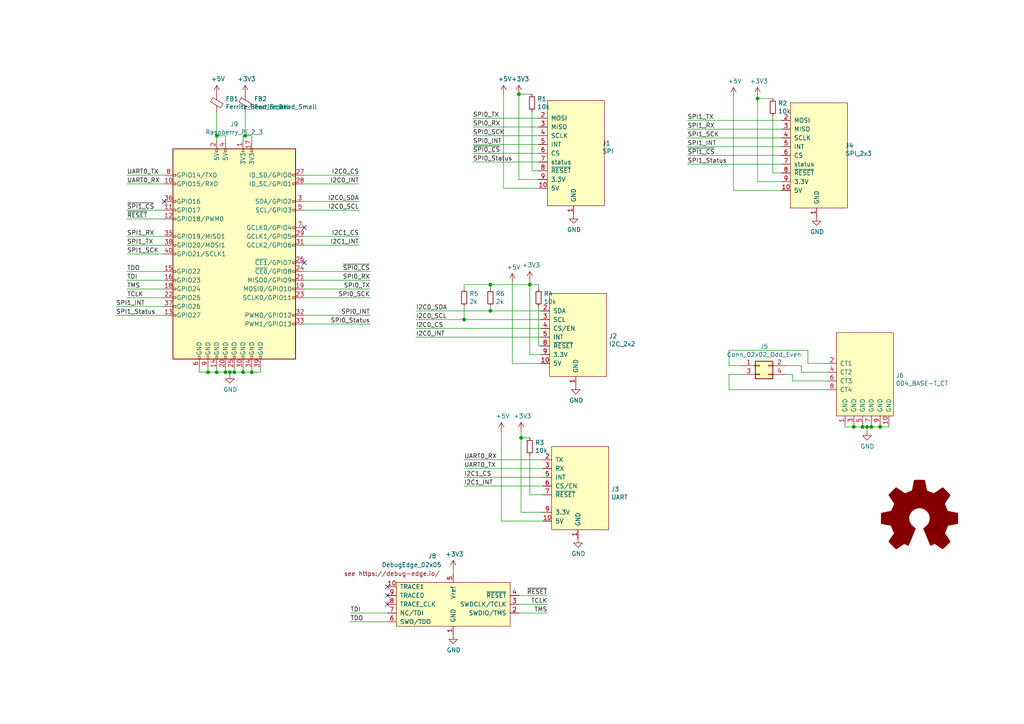
<source format=kicad_sch>
(kicad_sch (version 20211123) (generator eeschema)

  (uuid 29e78086-2175-405e-9ba3-c48766d2f50c)

  (paper "A4")

  (lib_symbols
    (symbol "Connector:Raspberry_Pi_2_3" (pin_names (offset 1.016)) (in_bom yes) (on_board yes)
      (property "Reference" "J" (id 0) (at -17.78 31.75 0)
        (effects (font (size 1.27 1.27)) (justify left bottom))
      )
      (property "Value" "Raspberry_Pi_2_3" (id 1) (at 10.16 -31.75 0)
        (effects (font (size 1.27 1.27)) (justify left top))
      )
      (property "Footprint" "" (id 2) (at 0 0 0)
        (effects (font (size 1.27 1.27)) hide)
      )
      (property "Datasheet" "https://www.raspberrypi.org/documentation/hardware/raspberrypi/schematics/rpi_SCH_3bplus_1p0_reduced.pdf" (id 3) (at 0 0 0)
        (effects (font (size 1.27 1.27)) hide)
      )
      (property "ki_keywords" "raspberrypi gpio" (id 4) (at 0 0 0)
        (effects (font (size 1.27 1.27)) hide)
      )
      (property "ki_description" "expansion header for Raspberry Pi 2 & 3" (id 5) (at 0 0 0)
        (effects (font (size 1.27 1.27)) hide)
      )
      (property "ki_fp_filters" "PinHeader*2x20*P2.54mm*Vertical* PinSocket*2x20*P2.54mm*Vertical*" (id 6) (at 0 0 0)
        (effects (font (size 1.27 1.27)) hide)
      )
      (symbol "Raspberry_Pi_2_3_0_1"
        (rectangle (start -17.78 30.48) (end 17.78 -30.48)
          (stroke (width 0.254) (type default) (color 0 0 0 0))
          (fill (type background))
        )
      )
      (symbol "Raspberry_Pi_2_3_1_1"
        (rectangle (start -16.891 -17.526) (end -17.78 -18.034)
          (stroke (width 0) (type default) (color 0 0 0 0))
          (fill (type none))
        )
        (rectangle (start -16.891 -14.986) (end -17.78 -15.494)
          (stroke (width 0) (type default) (color 0 0 0 0))
          (fill (type none))
        )
        (rectangle (start -16.891 -12.446) (end -17.78 -12.954)
          (stroke (width 0) (type default) (color 0 0 0 0))
          (fill (type none))
        )
        (rectangle (start -16.891 -9.906) (end -17.78 -10.414)
          (stroke (width 0) (type default) (color 0 0 0 0))
          (fill (type none))
        )
        (rectangle (start -16.891 -7.366) (end -17.78 -7.874)
          (stroke (width 0) (type default) (color 0 0 0 0))
          (fill (type none))
        )
        (rectangle (start -16.891 -4.826) (end -17.78 -5.334)
          (stroke (width 0) (type default) (color 0 0 0 0))
          (fill (type none))
        )
        (rectangle (start -16.891 0.254) (end -17.78 -0.254)
          (stroke (width 0) (type default) (color 0 0 0 0))
          (fill (type none))
        )
        (rectangle (start -16.891 2.794) (end -17.78 2.286)
          (stroke (width 0) (type default) (color 0 0 0 0))
          (fill (type none))
        )
        (rectangle (start -16.891 5.334) (end -17.78 4.826)
          (stroke (width 0) (type default) (color 0 0 0 0))
          (fill (type none))
        )
        (rectangle (start -16.891 10.414) (end -17.78 9.906)
          (stroke (width 0) (type default) (color 0 0 0 0))
          (fill (type none))
        )
        (rectangle (start -16.891 12.954) (end -17.78 12.446)
          (stroke (width 0) (type default) (color 0 0 0 0))
          (fill (type none))
        )
        (rectangle (start -16.891 15.494) (end -17.78 14.986)
          (stroke (width 0) (type default) (color 0 0 0 0))
          (fill (type none))
        )
        (rectangle (start -16.891 20.574) (end -17.78 20.066)
          (stroke (width 0) (type default) (color 0 0 0 0))
          (fill (type none))
        )
        (rectangle (start -16.891 23.114) (end -17.78 22.606)
          (stroke (width 0) (type default) (color 0 0 0 0))
          (fill (type none))
        )
        (rectangle (start -10.414 -29.591) (end -9.906 -30.48)
          (stroke (width 0) (type default) (color 0 0 0 0))
          (fill (type none))
        )
        (rectangle (start -7.874 -29.591) (end -7.366 -30.48)
          (stroke (width 0) (type default) (color 0 0 0 0))
          (fill (type none))
        )
        (rectangle (start -5.334 -29.591) (end -4.826 -30.48)
          (stroke (width 0) (type default) (color 0 0 0 0))
          (fill (type none))
        )
        (rectangle (start -5.334 30.48) (end -4.826 29.591)
          (stroke (width 0) (type default) (color 0 0 0 0))
          (fill (type none))
        )
        (rectangle (start -2.794 -29.591) (end -2.286 -30.48)
          (stroke (width 0) (type default) (color 0 0 0 0))
          (fill (type none))
        )
        (rectangle (start -2.794 30.48) (end -2.286 29.591)
          (stroke (width 0) (type default) (color 0 0 0 0))
          (fill (type none))
        )
        (rectangle (start -0.254 -29.591) (end 0.254 -30.48)
          (stroke (width 0) (type default) (color 0 0 0 0))
          (fill (type none))
        )
        (rectangle (start 2.286 -29.591) (end 2.794 -30.48)
          (stroke (width 0) (type default) (color 0 0 0 0))
          (fill (type none))
        )
        (rectangle (start 2.286 30.48) (end 2.794 29.591)
          (stroke (width 0) (type default) (color 0 0 0 0))
          (fill (type none))
        )
        (rectangle (start 4.826 -29.591) (end 5.334 -30.48)
          (stroke (width 0) (type default) (color 0 0 0 0))
          (fill (type none))
        )
        (rectangle (start 4.826 30.48) (end 5.334 29.591)
          (stroke (width 0) (type default) (color 0 0 0 0))
          (fill (type none))
        )
        (rectangle (start 7.366 -29.591) (end 7.874 -30.48)
          (stroke (width 0) (type default) (color 0 0 0 0))
          (fill (type none))
        )
        (rectangle (start 17.78 -20.066) (end 16.891 -20.574)
          (stroke (width 0) (type default) (color 0 0 0 0))
          (fill (type none))
        )
        (rectangle (start 17.78 -17.526) (end 16.891 -18.034)
          (stroke (width 0) (type default) (color 0 0 0 0))
          (fill (type none))
        )
        (rectangle (start 17.78 -12.446) (end 16.891 -12.954)
          (stroke (width 0) (type default) (color 0 0 0 0))
          (fill (type none))
        )
        (rectangle (start 17.78 -9.906) (end 16.891 -10.414)
          (stroke (width 0) (type default) (color 0 0 0 0))
          (fill (type none))
        )
        (rectangle (start 17.78 -7.366) (end 16.891 -7.874)
          (stroke (width 0) (type default) (color 0 0 0 0))
          (fill (type none))
        )
        (rectangle (start 17.78 -4.826) (end 16.891 -5.334)
          (stroke (width 0) (type default) (color 0 0 0 0))
          (fill (type none))
        )
        (rectangle (start 17.78 -2.286) (end 16.891 -2.794)
          (stroke (width 0) (type default) (color 0 0 0 0))
          (fill (type none))
        )
        (rectangle (start 17.78 2.794) (end 16.891 2.286)
          (stroke (width 0) (type default) (color 0 0 0 0))
          (fill (type none))
        )
        (rectangle (start 17.78 5.334) (end 16.891 4.826)
          (stroke (width 0) (type default) (color 0 0 0 0))
          (fill (type none))
        )
        (rectangle (start 17.78 7.874) (end 16.891 7.366)
          (stroke (width 0) (type default) (color 0 0 0 0))
          (fill (type none))
        )
        (rectangle (start 17.78 12.954) (end 16.891 12.446)
          (stroke (width 0) (type default) (color 0 0 0 0))
          (fill (type none))
        )
        (rectangle (start 17.78 15.494) (end 16.891 14.986)
          (stroke (width 0) (type default) (color 0 0 0 0))
          (fill (type none))
        )
        (rectangle (start 17.78 20.574) (end 16.891 20.066)
          (stroke (width 0) (type default) (color 0 0 0 0))
          (fill (type none))
        )
        (rectangle (start 17.78 23.114) (end 16.891 22.606)
          (stroke (width 0) (type default) (color 0 0 0 0))
          (fill (type none))
        )
        (pin power_in line (at 2.54 33.02 270) (length 2.54)
          (name "3V3" (effects (font (size 1.27 1.27))))
          (number "1" (effects (font (size 1.27 1.27))))
        )
        (pin bidirectional line (at -20.32 20.32 0) (length 2.54)
          (name "GPIO15/RXD" (effects (font (size 1.27 1.27))))
          (number "10" (effects (font (size 1.27 1.27))))
        )
        (pin bidirectional line (at -20.32 12.7 0) (length 2.54)
          (name "GPIO17" (effects (font (size 1.27 1.27))))
          (number "11" (effects (font (size 1.27 1.27))))
        )
        (pin bidirectional line (at -20.32 10.16 0) (length 2.54)
          (name "GPIO18/PWM0" (effects (font (size 1.27 1.27))))
          (number "12" (effects (font (size 1.27 1.27))))
        )
        (pin bidirectional line (at -20.32 -17.78 0) (length 2.54)
          (name "GPIO27" (effects (font (size 1.27 1.27))))
          (number "13" (effects (font (size 1.27 1.27))))
        )
        (pin power_in line (at -5.08 -33.02 90) (length 2.54)
          (name "GND" (effects (font (size 1.27 1.27))))
          (number "14" (effects (font (size 1.27 1.27))))
        )
        (pin bidirectional line (at -20.32 -5.08 0) (length 2.54)
          (name "GPIO22" (effects (font (size 1.27 1.27))))
          (number "15" (effects (font (size 1.27 1.27))))
        )
        (pin bidirectional line (at -20.32 -7.62 0) (length 2.54)
          (name "GPIO23" (effects (font (size 1.27 1.27))))
          (number "16" (effects (font (size 1.27 1.27))))
        )
        (pin power_in line (at 5.08 33.02 270) (length 2.54)
          (name "3V3" (effects (font (size 1.27 1.27))))
          (number "17" (effects (font (size 1.27 1.27))))
        )
        (pin bidirectional line (at -20.32 -10.16 0) (length 2.54)
          (name "GPIO24" (effects (font (size 1.27 1.27))))
          (number "18" (effects (font (size 1.27 1.27))))
        )
        (pin bidirectional line (at 20.32 -10.16 180) (length 2.54)
          (name "MOSI0/GPIO10" (effects (font (size 1.27 1.27))))
          (number "19" (effects (font (size 1.27 1.27))))
        )
        (pin power_in line (at -5.08 33.02 270) (length 2.54)
          (name "5V" (effects (font (size 1.27 1.27))))
          (number "2" (effects (font (size 1.27 1.27))))
        )
        (pin power_in line (at -2.54 -33.02 90) (length 2.54)
          (name "GND" (effects (font (size 1.27 1.27))))
          (number "20" (effects (font (size 1.27 1.27))))
        )
        (pin bidirectional line (at 20.32 -7.62 180) (length 2.54)
          (name "MISO0/GPIO9" (effects (font (size 1.27 1.27))))
          (number "21" (effects (font (size 1.27 1.27))))
        )
        (pin bidirectional line (at -20.32 -12.7 0) (length 2.54)
          (name "GPIO25" (effects (font (size 1.27 1.27))))
          (number "22" (effects (font (size 1.27 1.27))))
        )
        (pin bidirectional line (at 20.32 -12.7 180) (length 2.54)
          (name "SCLK0/GPIO11" (effects (font (size 1.27 1.27))))
          (number "23" (effects (font (size 1.27 1.27))))
        )
        (pin bidirectional line (at 20.32 -5.08 180) (length 2.54)
          (name "~{CE0}/GPIO8" (effects (font (size 1.27 1.27))))
          (number "24" (effects (font (size 1.27 1.27))))
        )
        (pin power_in line (at 0 -33.02 90) (length 2.54)
          (name "GND" (effects (font (size 1.27 1.27))))
          (number "25" (effects (font (size 1.27 1.27))))
        )
        (pin bidirectional line (at 20.32 -2.54 180) (length 2.54)
          (name "~{CE1}/GPIO7" (effects (font (size 1.27 1.27))))
          (number "26" (effects (font (size 1.27 1.27))))
        )
        (pin bidirectional line (at 20.32 22.86 180) (length 2.54)
          (name "ID_SD/GPIO0" (effects (font (size 1.27 1.27))))
          (number "27" (effects (font (size 1.27 1.27))))
        )
        (pin bidirectional line (at 20.32 20.32 180) (length 2.54)
          (name "ID_SC/GPIO1" (effects (font (size 1.27 1.27))))
          (number "28" (effects (font (size 1.27 1.27))))
        )
        (pin bidirectional line (at 20.32 5.08 180) (length 2.54)
          (name "GCLK1/GPIO5" (effects (font (size 1.27 1.27))))
          (number "29" (effects (font (size 1.27 1.27))))
        )
        (pin bidirectional line (at 20.32 15.24 180) (length 2.54)
          (name "SDA/GPIO2" (effects (font (size 1.27 1.27))))
          (number "3" (effects (font (size 1.27 1.27))))
        )
        (pin power_in line (at 2.54 -33.02 90) (length 2.54)
          (name "GND" (effects (font (size 1.27 1.27))))
          (number "30" (effects (font (size 1.27 1.27))))
        )
        (pin bidirectional line (at 20.32 2.54 180) (length 2.54)
          (name "GCLK2/GPIO6" (effects (font (size 1.27 1.27))))
          (number "31" (effects (font (size 1.27 1.27))))
        )
        (pin bidirectional line (at 20.32 -17.78 180) (length 2.54)
          (name "PWM0/GPIO12" (effects (font (size 1.27 1.27))))
          (number "32" (effects (font (size 1.27 1.27))))
        )
        (pin bidirectional line (at 20.32 -20.32 180) (length 2.54)
          (name "PWM1/GPIO13" (effects (font (size 1.27 1.27))))
          (number "33" (effects (font (size 1.27 1.27))))
        )
        (pin power_in line (at 5.08 -33.02 90) (length 2.54)
          (name "GND" (effects (font (size 1.27 1.27))))
          (number "34" (effects (font (size 1.27 1.27))))
        )
        (pin bidirectional line (at -20.32 5.08 0) (length 2.54)
          (name "GPIO19/MISO1" (effects (font (size 1.27 1.27))))
          (number "35" (effects (font (size 1.27 1.27))))
        )
        (pin bidirectional line (at -20.32 15.24 0) (length 2.54)
          (name "GPIO16" (effects (font (size 1.27 1.27))))
          (number "36" (effects (font (size 1.27 1.27))))
        )
        (pin bidirectional line (at -20.32 -15.24 0) (length 2.54)
          (name "GPIO26" (effects (font (size 1.27 1.27))))
          (number "37" (effects (font (size 1.27 1.27))))
        )
        (pin bidirectional line (at -20.32 2.54 0) (length 2.54)
          (name "GPIO20/MOSI1" (effects (font (size 1.27 1.27))))
          (number "38" (effects (font (size 1.27 1.27))))
        )
        (pin power_in line (at 7.62 -33.02 90) (length 2.54)
          (name "GND" (effects (font (size 1.27 1.27))))
          (number "39" (effects (font (size 1.27 1.27))))
        )
        (pin power_in line (at -2.54 33.02 270) (length 2.54)
          (name "5V" (effects (font (size 1.27 1.27))))
          (number "4" (effects (font (size 1.27 1.27))))
        )
        (pin bidirectional line (at -20.32 0 0) (length 2.54)
          (name "GPIO21/SCLK1" (effects (font (size 1.27 1.27))))
          (number "40" (effects (font (size 1.27 1.27))))
        )
        (pin bidirectional line (at 20.32 12.7 180) (length 2.54)
          (name "SCL/GPIO3" (effects (font (size 1.27 1.27))))
          (number "5" (effects (font (size 1.27 1.27))))
        )
        (pin power_in line (at -10.16 -33.02 90) (length 2.54)
          (name "GND" (effects (font (size 1.27 1.27))))
          (number "6" (effects (font (size 1.27 1.27))))
        )
        (pin bidirectional line (at 20.32 7.62 180) (length 2.54)
          (name "GCLK0/GPIO4" (effects (font (size 1.27 1.27))))
          (number "7" (effects (font (size 1.27 1.27))))
        )
        (pin bidirectional line (at -20.32 22.86 0) (length 2.54)
          (name "GPIO14/TXD" (effects (font (size 1.27 1.27))))
          (number "8" (effects (font (size 1.27 1.27))))
        )
        (pin power_in line (at -7.62 -33.02 90) (length 2.54)
          (name "GND" (effects (font (size 1.27 1.27))))
          (number "9" (effects (font (size 1.27 1.27))))
        )
      )
    )
    (symbol "Connector_Generic:Conn_02x02_Odd_Even" (pin_names (offset 1.016) hide) (in_bom yes) (on_board yes)
      (property "Reference" "J" (id 0) (at 1.27 2.54 0)
        (effects (font (size 1.27 1.27)))
      )
      (property "Value" "Conn_02x02_Odd_Even" (id 1) (at 1.27 -5.08 0)
        (effects (font (size 1.27 1.27)))
      )
      (property "Footprint" "" (id 2) (at 0 0 0)
        (effects (font (size 1.27 1.27)) hide)
      )
      (property "Datasheet" "~" (id 3) (at 0 0 0)
        (effects (font (size 1.27 1.27)) hide)
      )
      (property "ki_keywords" "connector" (id 4) (at 0 0 0)
        (effects (font (size 1.27 1.27)) hide)
      )
      (property "ki_description" "Generic connector, double row, 02x02, odd/even pin numbering scheme (row 1 odd numbers, row 2 even numbers), script generated (kicad-library-utils/schlib/autogen/connector/)" (id 5) (at 0 0 0)
        (effects (font (size 1.27 1.27)) hide)
      )
      (property "ki_fp_filters" "Connector*:*_2x??_*" (id 6) (at 0 0 0)
        (effects (font (size 1.27 1.27)) hide)
      )
      (symbol "Conn_02x02_Odd_Even_1_1"
        (rectangle (start -1.27 -2.413) (end 0 -2.667)
          (stroke (width 0.1524) (type default) (color 0 0 0 0))
          (fill (type none))
        )
        (rectangle (start -1.27 0.127) (end 0 -0.127)
          (stroke (width 0.1524) (type default) (color 0 0 0 0))
          (fill (type none))
        )
        (rectangle (start -1.27 1.27) (end 3.81 -3.81)
          (stroke (width 0.254) (type default) (color 0 0 0 0))
          (fill (type background))
        )
        (rectangle (start 3.81 -2.413) (end 2.54 -2.667)
          (stroke (width 0.1524) (type default) (color 0 0 0 0))
          (fill (type none))
        )
        (rectangle (start 3.81 0.127) (end 2.54 -0.127)
          (stroke (width 0.1524) (type default) (color 0 0 0 0))
          (fill (type none))
        )
        (pin passive line (at -5.08 0 0) (length 3.81)
          (name "Pin_1" (effects (font (size 1.27 1.27))))
          (number "1" (effects (font (size 1.27 1.27))))
        )
        (pin passive line (at 7.62 0 180) (length 3.81)
          (name "Pin_2" (effects (font (size 1.27 1.27))))
          (number "2" (effects (font (size 1.27 1.27))))
        )
        (pin passive line (at -5.08 -2.54 0) (length 3.81)
          (name "Pin_3" (effects (font (size 1.27 1.27))))
          (number "3" (effects (font (size 1.27 1.27))))
        )
        (pin passive line (at 7.62 -2.54 180) (length 3.81)
          (name "Pin_4" (effects (font (size 1.27 1.27))))
          (number "4" (effects (font (size 1.27 1.27))))
        )
      )
    )
    (symbol "Device:Ferrite_Bead_Small" (pin_numbers hide) (pin_names (offset 0)) (in_bom yes) (on_board yes)
      (property "Reference" "FB" (id 0) (at 1.905 1.27 0)
        (effects (font (size 1.27 1.27)) (justify left))
      )
      (property "Value" "Device_Ferrite_Bead_Small" (id 1) (at 1.905 -1.27 0)
        (effects (font (size 1.27 1.27)) (justify left))
      )
      (property "Footprint" "" (id 2) (at -1.778 0 90)
        (effects (font (size 1.27 1.27)) hide)
      )
      (property "Datasheet" "" (id 3) (at 0 0 0)
        (effects (font (size 1.27 1.27)) hide)
      )
      (property "ki_fp_filters" "Inductor_* L_* *Ferrite*" (id 4) (at 0 0 0)
        (effects (font (size 1.27 1.27)) hide)
      )
      (symbol "Ferrite_Bead_Small_0_1"
        (polyline
          (pts
            (xy 0 -1.27)
            (xy 0 -0.7874)
          )
          (stroke (width 0) (type default) (color 0 0 0 0))
          (fill (type none))
        )
        (polyline
          (pts
            (xy 0 0.889)
            (xy 0 1.2954)
          )
          (stroke (width 0) (type default) (color 0 0 0 0))
          (fill (type none))
        )
        (polyline
          (pts
            (xy -1.8288 0.2794)
            (xy -1.1176 1.4986)
            (xy 1.8288 -0.2032)
            (xy 1.1176 -1.4224)
            (xy -1.8288 0.2794)
          )
          (stroke (width 0) (type default) (color 0 0 0 0))
          (fill (type none))
        )
      )
      (symbol "Ferrite_Bead_Small_1_1"
        (pin passive line (at 0 2.54 270) (length 1.27)
          (name "~" (effects (font (size 1.27 1.27))))
          (number "1" (effects (font (size 1.27 1.27))))
        )
        (pin passive line (at 0 -2.54 90) (length 1.27)
          (name "~" (effects (font (size 1.27 1.27))))
          (number "2" (effects (font (size 1.27 1.27))))
        )
      )
    )
    (symbol "Device:R_Small" (pin_numbers hide) (pin_names (offset 0.254) hide) (in_bom yes) (on_board yes)
      (property "Reference" "R" (id 0) (at 0.762 0.508 0)
        (effects (font (size 1.27 1.27)) (justify left))
      )
      (property "Value" "R_Small" (id 1) (at 0.762 -1.016 0)
        (effects (font (size 1.27 1.27)) (justify left))
      )
      (property "Footprint" "" (id 2) (at 0 0 0)
        (effects (font (size 1.27 1.27)) hide)
      )
      (property "Datasheet" "~" (id 3) (at 0 0 0)
        (effects (font (size 1.27 1.27)) hide)
      )
      (property "ki_keywords" "R resistor" (id 4) (at 0 0 0)
        (effects (font (size 1.27 1.27)) hide)
      )
      (property "ki_description" "Resistor, small symbol" (id 5) (at 0 0 0)
        (effects (font (size 1.27 1.27)) hide)
      )
      (property "ki_fp_filters" "R_*" (id 6) (at 0 0 0)
        (effects (font (size 1.27 1.27)) hide)
      )
      (symbol "R_Small_0_1"
        (rectangle (start -0.762 1.778) (end 0.762 -1.778)
          (stroke (width 0.2032) (type default) (color 0 0 0 0))
          (fill (type none))
        )
      )
      (symbol "R_Small_1_1"
        (pin passive line (at 0 2.54 270) (length 0.762)
          (name "~" (effects (font (size 1.27 1.27))))
          (number "1" (effects (font (size 1.27 1.27))))
        )
        (pin passive line (at 0 -2.54 90) (length 0.762)
          (name "~" (effects (font (size 1.27 1.27))))
          (number "2" (effects (font (size 1.27 1.27))))
        )
      )
    )
    (symbol "Graphic:Logo_Open_Hardware_Large" (pin_names (offset 1.016)) (in_bom yes) (on_board yes)
      (property "Reference" "#LOGO" (id 0) (at 0 12.7 0)
        (effects (font (size 1.27 1.27)) hide)
      )
      (property "Value" "Logo_Open_Hardware_Large" (id 1) (at 0 -10.16 0)
        (effects (font (size 1.27 1.27)) hide)
      )
      (property "Footprint" "" (id 2) (at 0 0 0)
        (effects (font (size 1.27 1.27)) hide)
      )
      (property "Datasheet" "~" (id 3) (at 0 0 0)
        (effects (font (size 1.27 1.27)) hide)
      )
      (property "ki_keywords" "Logo" (id 4) (at 0 0 0)
        (effects (font (size 1.27 1.27)) hide)
      )
      (property "ki_description" "Open Hardware logo, large" (id 5) (at 0 0 0)
        (effects (font (size 1.27 1.27)) hide)
      )
      (symbol "Logo_Open_Hardware_Large_1_1"
        (polyline
          (pts
            (xy 6.731 -8.7122)
            (xy 6.6294 -8.6614)
            (xy 6.35 -8.4836)
            (xy 5.9944 -8.255)
            (xy 5.5372 -7.9502)
            (xy 5.1054 -7.6454)
            (xy 4.7498 -7.4168)
            (xy 4.4958 -7.239)
            (xy 4.3942 -7.1882)
            (xy 4.318 -7.2136)
            (xy 4.1148 -7.3152)
            (xy 3.81 -7.4676)
            (xy 3.6322 -7.5692)
            (xy 3.3528 -7.6708)
            (xy 3.2258 -7.6962)
            (xy 3.2004 -7.6708)
            (xy 3.0988 -7.4676)
            (xy 2.9464 -7.0866)
            (xy 2.7178 -6.604)
            (xy 2.4892 -6.0452)
            (xy 2.2352 -5.4356)
            (xy 1.9558 -4.826)
            (xy 1.7272 -4.2164)
            (xy 1.4986 -3.683)
            (xy 1.3208 -3.2512)
            (xy 1.2192 -2.9464)
            (xy 1.1684 -2.8194)
            (xy 1.1938 -2.794)
            (xy 1.3208 -2.667)
            (xy 1.5748 -2.4892)
            (xy 2.0828 -2.0574)
            (xy 2.6162 -1.397)
            (xy 2.921 -0.6604)
            (xy 3.048 0.1524)
            (xy 2.9464 0.9144)
            (xy 2.6416 1.6256)
            (xy 2.1336 2.286)
            (xy 1.524 2.7686)
            (xy 0.8128 3.0734)
            (xy 0 3.175)
            (xy -0.762 3.0988)
            (xy -1.4986 2.794)
            (xy -2.159 2.286)
            (xy -2.4384 1.9812)
            (xy -2.8194 1.3208)
            (xy -3.048 0.6096)
            (xy -3.0734 0.4318)
            (xy -3.0226 -0.3556)
            (xy -2.794 -1.0922)
            (xy -2.3876 -1.7526)
            (xy -1.8288 -2.3114)
            (xy -1.7526 -2.3622)
            (xy -1.4732 -2.5654)
            (xy -1.2954 -2.6924)
            (xy -1.1684 -2.8194)
            (xy -2.159 -5.207)
            (xy -2.3114 -5.588)
            (xy -2.5908 -6.2484)
            (xy -2.8194 -6.8072)
            (xy -3.0226 -7.2644)
            (xy -3.1496 -7.5692)
            (xy -3.2258 -7.6708)
            (xy -3.2258 -7.6962)
            (xy -3.302 -7.6962)
            (xy -3.4798 -7.6454)
            (xy -3.8354 -7.4676)
            (xy -4.0386 -7.366)
            (xy -4.2926 -7.239)
            (xy -4.4196 -7.1882)
            (xy -4.5212 -7.239)
            (xy -4.7498 -7.3914)
            (xy -5.1054 -7.6454)
            (xy -5.5372 -7.9248)
            (xy -5.9436 -8.2042)
            (xy -6.3246 -8.4582)
            (xy -6.604 -8.636)
            (xy -6.731 -8.7122)
            (xy -6.7564 -8.7122)
            (xy -6.858 -8.636)
            (xy -7.0866 -8.4582)
            (xy -7.4168 -8.1534)
            (xy -7.874 -7.6962)
            (xy -7.9502 -7.62)
            (xy -8.3312 -7.239)
            (xy -8.636 -6.9088)
            (xy -8.8392 -6.6802)
            (xy -8.9154 -6.5786)
            (xy -8.9154 -6.5786)
            (xy -8.8392 -6.4516)
            (xy -8.6614 -6.1722)
            (xy -8.4328 -5.7912)
            (xy -8.128 -5.3594)
            (xy -7.3152 -4.191)
            (xy -7.7724 -3.0988)
            (xy -7.8994 -2.7686)
            (xy -8.0772 -2.3622)
            (xy -8.2042 -2.0828)
            (xy -8.255 -1.9558)
            (xy -8.382 -1.905)
            (xy -8.6614 -1.8542)
            (xy -9.0932 -1.7526)
            (xy -9.6266 -1.651)
            (xy -10.1092 -1.5748)
            (xy -10.541 -1.4732)
            (xy -10.8712 -1.4224)
            (xy -11.0236 -1.397)
            (xy -11.049 -1.3716)
            (xy -11.0744 -1.2954)
            (xy -11.0998 -1.143)
            (xy -11.0998 -0.889)
            (xy -11.1252 -0.4572)
            (xy -11.1252 0.1524)
            (xy -11.1252 0.2286)
            (xy -11.0998 0.8128)
            (xy -11.0998 1.27)
            (xy -11.0744 1.5494)
            (xy -11.0744 1.6764)
            (xy -11.0744 1.6764)
            (xy -10.922 1.7018)
            (xy -10.6172 1.778)
            (xy -10.16 1.8542)
            (xy -9.652 1.9558)
            (xy -9.6012 1.9812)
            (xy -9.0932 2.0828)
            (xy -8.636 2.159)
            (xy -8.3312 2.2352)
            (xy -8.2042 2.286)
            (xy -8.1788 2.3114)
            (xy -8.0772 2.5146)
            (xy -7.9248 2.8448)
            (xy -7.747 3.2512)
            (xy -7.5692 3.6576)
            (xy -7.4168 4.0386)
            (xy -7.3152 4.318)
            (xy -7.2898 4.445)
            (xy -7.2898 4.445)
            (xy -7.366 4.572)
            (xy -7.5438 4.826)
            (xy -7.7978 5.207)
            (xy -8.128 5.6642)
            (xy -8.128 5.6896)
            (xy -8.4328 6.1468)
            (xy -8.6868 6.5278)
            (xy -8.8392 6.7818)
            (xy -8.9154 6.9088)
            (xy -8.9154 6.9088)
            (xy -8.8138 7.0358)
            (xy -8.5852 7.2898)
            (xy -8.255 7.6454)
            (xy -7.874 8.0264)
            (xy -7.747 8.1534)
            (xy -7.3152 8.5852)
            (xy -7.0104 8.8646)
            (xy -6.8326 8.9916)
            (xy -6.731 9.0424)
            (xy -6.731 9.0424)
            (xy -6.604 8.9408)
            (xy -6.3246 8.763)
            (xy -5.9436 8.509)
            (xy -5.4864 8.2042)
            (xy -5.461 8.1788)
            (xy -5.0038 7.874)
            (xy -4.6482 7.62)
            (xy -4.3688 7.4422)
            (xy -4.2672 7.3914)
            (xy -4.2418 7.3914)
            (xy -4.064 7.4422)
            (xy -3.7338 7.5438)
            (xy -3.3528 7.6962)
            (xy -2.9464 7.874)
            (xy -2.5654 8.0264)
            (xy -2.286 8.1534)
            (xy -2.159 8.2296)
            (xy -2.159 8.2296)
            (xy -2.1082 8.382)
            (xy -2.032 8.7122)
            (xy -1.9304 9.1694)
            (xy -1.8288 9.7282)
            (xy -1.8034 9.8044)
            (xy -1.7018 10.3378)
            (xy -1.6256 10.7696)
            (xy -1.5748 11.0744)
            (xy -1.524 11.2014)
            (xy -1.4478 11.2268)
            (xy -1.1938 11.2522)
            (xy -0.8128 11.2522)
            (xy -0.3302 11.2522)
            (xy 0.1524 11.2522)
            (xy 0.6604 11.2522)
            (xy 1.0668 11.2268)
            (xy 1.3716 11.2014)
            (xy 1.4986 11.176)
            (xy 1.4986 11.176)
            (xy 1.5494 11.0236)
            (xy 1.6256 10.6934)
            (xy 1.7018 10.2108)
            (xy 1.8288 9.6774)
            (xy 1.8288 9.5758)
            (xy 1.9304 9.0424)
            (xy 2.032 8.6106)
            (xy 2.0828 8.3058)
            (xy 2.1336 8.2042)
            (xy 2.159 8.1788)
            (xy 2.3876 8.0772)
            (xy 2.7432 7.9248)
            (xy 3.175 7.747)
            (xy 4.191 7.3406)
            (xy 5.461 8.2042)
            (xy 5.5626 8.2804)
            (xy 6.0198 8.5852)
            (xy 6.3754 8.8392)
            (xy 6.6294 8.9916)
            (xy 6.7564 9.0424)
            (xy 6.7564 9.0424)
            (xy 6.8834 8.9408)
            (xy 7.1374 8.7122)
            (xy 7.4676 8.382)
            (xy 7.8486 7.9756)
            (xy 8.1534 7.6962)
            (xy 8.4836 7.3406)
            (xy 8.7122 7.112)
            (xy 8.8392 6.9596)
            (xy 8.8646 6.858)
            (xy 8.8646 6.8072)
            (xy 8.7884 6.6802)
            (xy 8.6106 6.4008)
            (xy 8.3312 6.0198)
            (xy 8.0264 5.588)
            (xy 7.7978 5.207)
            (xy 7.5184 4.8006)
            (xy 7.3406 4.4958)
            (xy 7.2898 4.3434)
            (xy 7.2898 4.2926)
            (xy 7.3914 4.0386)
            (xy 7.5184 3.683)
            (xy 7.7216 3.2258)
            (xy 8.1534 2.2352)
            (xy 8.7884 2.1082)
            (xy 9.1948 2.0574)
            (xy 9.7536 1.9304)
            (xy 10.2616 1.8288)
            (xy 11.0998 1.6764)
            (xy 11.1252 -1.3208)
            (xy 10.9982 -1.3716)
            (xy 10.8712 -1.397)
            (xy 10.5664 -1.4732)
            (xy 10.1346 -1.5494)
            (xy 9.6266 -1.651)
            (xy 9.1948 -1.7272)
            (xy 8.7376 -1.8288)
            (xy 8.4328 -1.8796)
            (xy 8.2804 -1.905)
            (xy 8.255 -1.9558)
            (xy 8.1534 -2.159)
            (xy 7.9756 -2.5146)
            (xy 7.8232 -2.921)
            (xy 7.6454 -3.3274)
            (xy 7.493 -3.7338)
            (xy 7.366 -4.0132)
            (xy 7.3406 -4.191)
            (xy 7.3914 -4.2926)
            (xy 7.5692 -4.5466)
            (xy 7.7978 -4.9276)
            (xy 8.1026 -5.3594)
            (xy 8.4074 -5.7912)
            (xy 8.6614 -6.1722)
            (xy 8.8138 -6.4262)
            (xy 8.89 -6.5532)
            (xy 8.8646 -6.6548)
            (xy 8.6868 -6.858)
            (xy 8.3566 -7.1882)
            (xy 7.874 -7.6708)
            (xy 7.7978 -7.747)
            (xy 7.3914 -8.128)
            (xy 7.0612 -8.4328)
            (xy 6.8326 -8.636)
            (xy 6.731 -8.7122)
          )
          (stroke (width 0) (type default) (color 0 0 0 0))
          (fill (type outline))
        )
      )
    )
    (symbol "power:+3.3V" (power) (pin_names (offset 0)) (in_bom yes) (on_board yes)
      (property "Reference" "#PWR" (id 0) (at 0 -3.81 0)
        (effects (font (size 1.27 1.27)) hide)
      )
      (property "Value" "+3.3V" (id 1) (at 0 3.556 0)
        (effects (font (size 1.27 1.27)))
      )
      (property "Footprint" "" (id 2) (at 0 0 0)
        (effects (font (size 1.27 1.27)) hide)
      )
      (property "Datasheet" "" (id 3) (at 0 0 0)
        (effects (font (size 1.27 1.27)) hide)
      )
      (property "ki_keywords" "power-flag" (id 4) (at 0 0 0)
        (effects (font (size 1.27 1.27)) hide)
      )
      (property "ki_description" "Power symbol creates a global label with name \"+3.3V\"" (id 5) (at 0 0 0)
        (effects (font (size 1.27 1.27)) hide)
      )
      (symbol "+3.3V_0_1"
        (polyline
          (pts
            (xy -0.762 1.27)
            (xy 0 2.54)
          )
          (stroke (width 0) (type default) (color 0 0 0 0))
          (fill (type none))
        )
        (polyline
          (pts
            (xy 0 0)
            (xy 0 2.54)
          )
          (stroke (width 0) (type default) (color 0 0 0 0))
          (fill (type none))
        )
        (polyline
          (pts
            (xy 0 2.54)
            (xy 0.762 1.27)
          )
          (stroke (width 0) (type default) (color 0 0 0 0))
          (fill (type none))
        )
      )
      (symbol "+3.3V_1_1"
        (pin power_in line (at 0 0 90) (length 0) hide
          (name "+3V3" (effects (font (size 1.27 1.27))))
          (number "1" (effects (font (size 1.27 1.27))))
        )
      )
    )
    (symbol "power:+5V" (power) (pin_names (offset 0)) (in_bom yes) (on_board yes)
      (property "Reference" "#PWR" (id 0) (at 0 -3.81 0)
        (effects (font (size 1.27 1.27)) hide)
      )
      (property "Value" "+5V" (id 1) (at 0 3.556 0)
        (effects (font (size 1.27 1.27)))
      )
      (property "Footprint" "" (id 2) (at 0 0 0)
        (effects (font (size 1.27 1.27)) hide)
      )
      (property "Datasheet" "" (id 3) (at 0 0 0)
        (effects (font (size 1.27 1.27)) hide)
      )
      (property "ki_keywords" "power-flag" (id 4) (at 0 0 0)
        (effects (font (size 1.27 1.27)) hide)
      )
      (property "ki_description" "Power symbol creates a global label with name \"+5V\"" (id 5) (at 0 0 0)
        (effects (font (size 1.27 1.27)) hide)
      )
      (symbol "+5V_0_1"
        (polyline
          (pts
            (xy -0.762 1.27)
            (xy 0 2.54)
          )
          (stroke (width 0) (type default) (color 0 0 0 0))
          (fill (type none))
        )
        (polyline
          (pts
            (xy 0 0)
            (xy 0 2.54)
          )
          (stroke (width 0) (type default) (color 0 0 0 0))
          (fill (type none))
        )
        (polyline
          (pts
            (xy 0 2.54)
            (xy 0.762 1.27)
          )
          (stroke (width 0) (type default) (color 0 0 0 0))
          (fill (type none))
        )
      )
      (symbol "+5V_1_1"
        (pin power_in line (at 0 0 90) (length 0) hide
          (name "+5V" (effects (font (size 1.27 1.27))))
          (number "1" (effects (font (size 1.27 1.27))))
        )
      )
    )
    (symbol "power:GND" (power) (pin_names (offset 0)) (in_bom yes) (on_board yes)
      (property "Reference" "#PWR" (id 0) (at 0 -6.35 0)
        (effects (font (size 1.27 1.27)) hide)
      )
      (property "Value" "GND" (id 1) (at 0 -3.81 0)
        (effects (font (size 1.27 1.27)))
      )
      (property "Footprint" "" (id 2) (at 0 0 0)
        (effects (font (size 1.27 1.27)) hide)
      )
      (property "Datasheet" "" (id 3) (at 0 0 0)
        (effects (font (size 1.27 1.27)) hide)
      )
      (property "ki_keywords" "power-flag" (id 4) (at 0 0 0)
        (effects (font (size 1.27 1.27)) hide)
      )
      (property "ki_description" "Power symbol creates a global label with name \"GND\" , ground" (id 5) (at 0 0 0)
        (effects (font (size 1.27 1.27)) hide)
      )
      (symbol "GND_0_1"
        (polyline
          (pts
            (xy 0 0)
            (xy 0 -1.27)
            (xy 1.27 -1.27)
            (xy 0 -2.54)
            (xy -1.27 -1.27)
            (xy 0 -1.27)
          )
          (stroke (width 0) (type default) (color 0 0 0 0))
          (fill (type none))
        )
      )
      (symbol "GND_1_1"
        (pin power_in line (at 0 0 270) (length 0) hide
          (name "GND" (effects (font (size 1.27 1.27))))
          (number "1" (effects (font (size 1.27 1.27))))
        )
      )
    )
    (symbol "put_on_edge:001_I2C" (pin_names (offset 1.016)) (in_bom yes) (on_board yes)
      (property "Reference" "J" (id 0) (at -2.54 13.97 0)
        (effects (font (size 1.27 1.27)))
      )
      (property "Value" "001_I2C" (id 1) (at 8.89 13.97 0)
        (effects (font (size 1.27 1.27)))
      )
      (property "Footprint" "" (id 2) (at 7.62 16.51 0)
        (effects (font (size 1.27 1.27)) hide)
      )
      (property "Datasheet" "" (id 3) (at 7.62 16.51 0)
        (effects (font (size 1.27 1.27)) hide)
      )
      (symbol "001_I2C_0_1"
        (rectangle (start -8.89 12.7) (end 7.62 -11.43)
          (stroke (width 0) (type default) (color 0 0 0 0))
          (fill (type background))
        )
      )
      (symbol "001_I2C_1_1"
        (pin power_in line (at -1.27 -13.97 90) (length 2.54)
          (name "GND" (effects (font (size 1.27 1.27))))
          (number "1" (effects (font (size 1.27 1.27))))
        )
        (pin power_in line (at -11.43 -7.62 0) (length 2.54)
          (name "5V" (effects (font (size 1.27 1.27))))
          (number "10" (effects (font (size 1.27 1.27))))
        )
        (pin bidirectional line (at -11.43 7.62 0) (length 2.54)
          (name "SDA" (effects (font (size 1.27 1.27))))
          (number "2" (effects (font (size 1.27 1.27))))
        )
        (pin bidirectional line (at -11.43 5.08 0) (length 2.54)
          (name "SCL" (effects (font (size 1.27 1.27))))
          (number "3" (effects (font (size 1.27 1.27))))
        )
        (pin bidirectional line (at -11.43 2.54 0) (length 2.54)
          (name "CS/EN" (effects (font (size 1.27 1.27))))
          (number "4" (effects (font (size 1.27 1.27))))
        )
        (pin bidirectional line (at -11.43 0 0) (length 2.54)
          (name "INT" (effects (font (size 1.27 1.27))))
          (number "5" (effects (font (size 1.27 1.27))))
        )
        (pin bidirectional line (at -11.43 -2.54 0) (length 2.54)
          (name "~{RESET}" (effects (font (size 1.27 1.27))))
          (number "8" (effects (font (size 1.27 1.27))))
        )
        (pin power_in line (at -11.43 -5.08 0) (length 2.54)
          (name "3.3V" (effects (font (size 1.27 1.27))))
          (number "9" (effects (font (size 1.27 1.27))))
        )
      )
    )
    (symbol "put_on_edge:002_SPI" (pin_names (offset 1.016)) (in_bom yes) (on_board yes)
      (property "Reference" "J" (id 0) (at -1.27 13.97 0)
        (effects (font (size 1.27 1.27)))
      )
      (property "Value" "002_SPI" (id 1) (at 10.16 13.97 0)
        (effects (font (size 1.27 1.27)))
      )
      (property "Footprint" "" (id 2) (at 8.89 16.51 0)
        (effects (font (size 1.27 1.27)) hide)
      )
      (property "Datasheet" "" (id 3) (at 8.89 16.51 0)
        (effects (font (size 1.27 1.27)) hide)
      )
      (symbol "002_SPI_0_1"
        (rectangle (start -7.62 12.7) (end 8.89 -17.78)
          (stroke (width 0) (type default) (color 0 0 0 0))
          (fill (type background))
        )
      )
      (symbol "002_SPI_1_1"
        (pin power_in line (at 0 -20.32 90) (length 2.54)
          (name "GND" (effects (font (size 1.27 1.27))))
          (number "1" (effects (font (size 1.27 1.27))))
        )
        (pin power_in line (at -10.16 -12.7 0) (length 2.54)
          (name "5V" (effects (font (size 1.27 1.27))))
          (number "10" (effects (font (size 1.27 1.27))))
        )
        (pin bidirectional line (at -10.16 7.62 0) (length 2.54)
          (name "MOSI" (effects (font (size 1.27 1.27))))
          (number "2" (effects (font (size 1.27 1.27))))
        )
        (pin bidirectional line (at -10.16 5.08 0) (length 2.54)
          (name "MISO" (effects (font (size 1.27 1.27))))
          (number "3" (effects (font (size 1.27 1.27))))
        )
        (pin bidirectional line (at -10.16 2.54 0) (length 2.54)
          (name "SCLK" (effects (font (size 1.27 1.27))))
          (number "4" (effects (font (size 1.27 1.27))))
        )
        (pin bidirectional line (at -10.16 0 0) (length 2.54)
          (name "INT" (effects (font (size 1.27 1.27))))
          (number "5" (effects (font (size 1.27 1.27))))
        )
        (pin bidirectional line (at -10.16 -2.54 0) (length 2.54)
          (name "CS" (effects (font (size 1.27 1.27))))
          (number "6" (effects (font (size 1.27 1.27))))
        )
        (pin bidirectional line (at -10.16 -5.08 0) (length 2.54)
          (name "status" (effects (font (size 1.27 1.27))))
          (number "7" (effects (font (size 1.27 1.27))))
        )
        (pin bidirectional line (at -10.16 -7.62 0) (length 2.54)
          (name "~{RESET}" (effects (font (size 1.27 1.27))))
          (number "8" (effects (font (size 1.27 1.27))))
        )
        (pin power_in line (at -10.16 -10.16 0) (length 2.54)
          (name "3.3V" (effects (font (size 1.27 1.27))))
          (number "9" (effects (font (size 1.27 1.27))))
        )
      )
    )
    (symbol "put_on_edge:004_BASE-T_CT" (pin_names (offset 1.016)) (in_bom yes) (on_board yes)
      (property "Reference" "J" (id 0) (at -2.54 13.97 0)
        (effects (font (size 1.27 1.27)))
      )
      (property "Value" "004_BASE-T_CT" (id 1) (at 8.89 13.97 0)
        (effects (font (size 1.27 1.27)))
      )
      (property "Footprint" "" (id 2) (at 7.62 16.51 0)
        (effects (font (size 1.27 1.27)) hide)
      )
      (property "Datasheet" "" (id 3) (at 7.62 16.51 0)
        (effects (font (size 1.27 1.27)) hide)
      )
      (symbol "004_BASE-T_CT_0_1"
        (rectangle (start -8.89 12.7) (end 7.62 -11.43)
          (stroke (width 0) (type default) (color 0 0 0 0))
          (fill (type background))
        )
      )
      (symbol "004_BASE-T_CT_1_1"
        (pin power_in line (at -6.35 -13.97 90) (length 2.54)
          (name "GND" (effects (font (size 1.27 1.27))))
          (number "1" (effects (font (size 1.27 1.27))))
        )
        (pin power_in line (at 6.35 -13.97 90) (length 2.54)
          (name "GND" (effects (font (size 1.27 1.27))))
          (number "10" (effects (font (size 1.27 1.27))))
        )
        (pin bidirectional line (at -11.43 3.81 0) (length 2.54)
          (name "CT1" (effects (font (size 1.27 1.27))))
          (number "2" (effects (font (size 1.27 1.27))))
        )
        (pin power_in line (at -3.81 -13.97 90) (length 2.54)
          (name "GND" (effects (font (size 1.27 1.27))))
          (number "3" (effects (font (size 1.27 1.27))))
        )
        (pin bidirectional line (at -11.43 1.27 0) (length 2.54)
          (name "CT2" (effects (font (size 1.27 1.27))))
          (number "4" (effects (font (size 1.27 1.27))))
        )
        (pin power_in line (at -1.27 -13.97 90) (length 2.54)
          (name "GND" (effects (font (size 1.27 1.27))))
          (number "5" (effects (font (size 1.27 1.27))))
        )
        (pin bidirectional line (at -11.43 -1.27 0) (length 2.54)
          (name "CT3" (effects (font (size 1.27 1.27))))
          (number "6" (effects (font (size 1.27 1.27))))
        )
        (pin power_in line (at 1.27 -13.97 90) (length 2.54)
          (name "GND" (effects (font (size 1.27 1.27))))
          (number "7" (effects (font (size 1.27 1.27))))
        )
        (pin bidirectional line (at -11.43 -3.81 0) (length 2.54)
          (name "CT4" (effects (font (size 1.27 1.27))))
          (number "8" (effects (font (size 1.27 1.27))))
        )
        (pin power_in line (at 3.81 -13.97 90) (length 2.54)
          (name "GND" (effects (font (size 1.27 1.27))))
          (number "9" (effects (font (size 1.27 1.27))))
        )
      )
    )
    (symbol "put_on_edge:010_UART" (pin_names (offset 1.016)) (in_bom yes) (on_board yes)
      (property "Reference" "J" (id 0) (at -2.54 13.97 0)
        (effects (font (size 1.27 1.27)))
      )
      (property "Value" "010_UART" (id 1) (at 8.89 13.97 0)
        (effects (font (size 1.27 1.27)))
      )
      (property "Footprint" "" (id 2) (at 7.62 16.51 0)
        (effects (font (size 1.27 1.27)) hide)
      )
      (property "Datasheet" "" (id 3) (at 7.62 16.51 0)
        (effects (font (size 1.27 1.27)) hide)
      )
      (symbol "010_UART_0_1"
        (rectangle (start -8.89 12.7) (end 7.62 -11.43)
          (stroke (width 0) (type default) (color 0 0 0 0))
          (fill (type background))
        )
      )
      (symbol "010_UART_1_1"
        (pin power_in line (at -1.27 -13.97 90) (length 2.54)
          (name "GND" (effects (font (size 1.27 1.27))))
          (number "1" (effects (font (size 1.27 1.27))))
        )
        (pin power_in line (at -11.43 -8.89 0) (length 2.54)
          (name "5V" (effects (font (size 1.27 1.27))))
          (number "10" (effects (font (size 1.27 1.27))))
        )
        (pin bidirectional line (at -11.43 8.89 0) (length 2.54)
          (name "TX" (effects (font (size 1.27 1.27))))
          (number "2" (effects (font (size 1.27 1.27))))
        )
        (pin bidirectional line (at -11.43 6.35 0) (length 2.54)
          (name "RX" (effects (font (size 1.27 1.27))))
          (number "3" (effects (font (size 1.27 1.27))))
        )
        (pin bidirectional line (at -11.43 3.81 0) (length 2.54)
          (name "INT" (effects (font (size 1.27 1.27))))
          (number "5" (effects (font (size 1.27 1.27))))
        )
        (pin bidirectional line (at -11.43 1.27 0) (length 2.54)
          (name "CS/EN" (effects (font (size 1.27 1.27))))
          (number "6" (effects (font (size 1.27 1.27))))
        )
        (pin bidirectional line (at -11.43 -1.27 0) (length 2.54)
          (name "~{RESET}" (effects (font (size 1.27 1.27))))
          (number "7" (effects (font (size 1.27 1.27))))
        )
        (pin power_in line (at -11.43 -6.35 0) (length 2.54)
          (name "3.3V" (effects (font (size 1.27 1.27))))
          (number "9" (effects (font (size 1.27 1.27))))
        )
      )
    )
    (symbol "put_on_edge:DebugEdge_02x05" (pin_names (offset 1.016)) (in_bom yes) (on_board yes)
      (property "Reference" "J" (id 0) (at -10.16 7.62 0)
        (effects (font (size 1.27 1.27)))
      )
      (property "Value" "DebugEdge_02x05" (id 1) (at 11.43 7.62 0)
        (effects (font (size 1.27 1.27)))
      )
      (property "Footprint" "" (id 2) (at 0 10.16 0)
        (effects (font (size 1.27 1.27)) hide)
      )
      (property "Datasheet" "" (id 3) (at 0 10.16 0)
        (effects (font (size 1.27 1.27)) hide)
      )
      (symbol "DebugEdge_02x05_0_0"
        (text "see https://debug-edge.io/" (at 17.78 -8.89 0)
          (effects (font (size 1.27 1.27)))
        )
      )
      (symbol "DebugEdge_02x05_0_1"
        (rectangle (start -16.51 6.35) (end 16.51 -6.35)
          (stroke (width 0) (type default) (color 0 0 0 0))
          (fill (type background))
        )
      )
      (symbol "DebugEdge_02x05_1_1"
        (pin power_in line (at 0 8.89 270) (length 2.54)
          (name "GND" (effects (font (size 1.27 1.27))))
          (number "1" (effects (font (size 1.27 1.27))))
        )
        (pin bidirectional line (at 19.05 -5.08 180) (length 2.54)
          (name "TRACE1" (effects (font (size 1.27 1.27))))
          (number "10" (effects (font (size 1.27 1.27))))
        )
        (pin bidirectional line (at -19.05 2.54 0) (length 2.54)
          (name "SWDIO/TMS" (effects (font (size 1.27 1.27))))
          (number "2" (effects (font (size 1.27 1.27))))
        )
        (pin bidirectional line (at -19.05 0 0) (length 2.54)
          (name "SWDCLK/TCLK" (effects (font (size 1.27 1.27))))
          (number "3" (effects (font (size 1.27 1.27))))
        )
        (pin bidirectional line (at -19.05 -2.54 0) (length 2.54)
          (name "~{RESET}" (effects (font (size 1.27 1.27))))
          (number "4" (effects (font (size 1.27 1.27))))
        )
        (pin power_in line (at 0 -8.89 90) (length 2.54)
          (name "Vref" (effects (font (size 1.27 1.27))))
          (number "5" (effects (font (size 1.27 1.27))))
        )
        (pin bidirectional line (at 19.05 5.08 180) (length 2.54)
          (name "SWO/TDO" (effects (font (size 1.27 1.27))))
          (number "6" (effects (font (size 1.27 1.27))))
        )
        (pin bidirectional line (at 19.05 2.54 180) (length 2.54)
          (name "NC/TDI" (effects (font (size 1.27 1.27))))
          (number "7" (effects (font (size 1.27 1.27))))
        )
        (pin bidirectional line (at 19.05 0 180) (length 2.54)
          (name "TRACE_CLK" (effects (font (size 1.27 1.27))))
          (number "8" (effects (font (size 1.27 1.27))))
        )
        (pin bidirectional line (at 19.05 -2.54 180) (length 2.54)
          (name "TRACE0" (effects (font (size 1.27 1.27))))
          (number "9" (effects (font (size 1.27 1.27))))
        )
      )
    )
  )

  (junction (at 251.46 123.825) (diameter 0) (color 0 0 0 0)
    (uuid 026ac84e-b8b2-4dd2-b675-8323c24fd778)
  )
  (junction (at 65.405 107.95) (diameter 0) (color 0 0 0 0)
    (uuid 0e8f7fc0-2ef2-4b90-9c15-8a3a601ee459)
  )
  (junction (at 151.13 127) (diameter 0) (color 0 0 0 0)
    (uuid 101ef598-601d-400e-9ef6-d655fbb1dbfa)
  )
  (junction (at 134.62 92.71) (diameter 0) (color 0 0 0 0)
    (uuid 14d192b0-885c-455a-b2a6-3fdf6a32d351)
  )
  (junction (at 153.67 82.55) (diameter 0) (color 0 0 0 0)
    (uuid 195e4170-a623-4614-a488-a41ba6c02605)
  )
  (junction (at 66.675 107.95) (diameter 0) (color 0 0 0 0)
    (uuid 20c315f4-1e4f-49aa-8d61-778a7389df7e)
  )
  (junction (at 62.865 107.95) (diameter 0) (color 0 0 0 0)
    (uuid 29195ea4-8218-44a1-b4bf-466bee0082e4)
  )
  (junction (at 142.24 90.17) (diameter 0) (color 0 0 0 0)
    (uuid 327164a7-bde3-40aa-adf2-70ca6e963d5f)
  )
  (junction (at 73.025 107.95) (diameter 0) (color 0 0 0 0)
    (uuid 5cf2db29-f7ab-499a-9907-cdeba64bf0f3)
  )
  (junction (at 71.12 39.37) (diameter 0) (color 0 0 0 0)
    (uuid 5edcefbe-9766-42c8-9529-28d0ec865573)
  )
  (junction (at 70.485 107.95) (diameter 0) (color 0 0 0 0)
    (uuid 6fd4442e-30b3-428b-9306-61418a63d311)
  )
  (junction (at 247.65 123.825) (diameter 0) (color 0 0 0 0)
    (uuid 752417ee-7d0b-4ac8-a22c-26669881a2ab)
  )
  (junction (at 219.71 28.575) (diameter 0) (color 0 0 0 0)
    (uuid 789ca812-3e0c-4a3f-97bc-a916dd9bce80)
  )
  (junction (at 150.495 27.305) (diameter 0) (color 0 0 0 0)
    (uuid 7d928d56-093a-4ca8-aed1-414b7e703b45)
  )
  (junction (at 67.945 107.95) (diameter 0) (color 0 0 0 0)
    (uuid 9193c41e-d425-447d-b95c-6986d66ea01c)
  )
  (junction (at 142.24 82.55) (diameter 0) (color 0 0 0 0)
    (uuid b2f3648d-8280-4d75-b3d3-e9d47c51a888)
  )
  (junction (at 62.865 39.37) (diameter 0) (color 0 0 0 0)
    (uuid bd9595a1-04f3-4fda-8f1b-e65ad874edd3)
  )
  (junction (at 60.325 107.95) (diameter 0) (color 0 0 0 0)
    (uuid d5b800ca-1ab6-4b66-b5f7-2dda5658b504)
  )
  (junction (at 252.73 123.825) (diameter 0) (color 0 0 0 0)
    (uuid e1c30a32-820e-4b17-aec9-5cb8b76f0ccc)
  )
  (junction (at 255.27 123.825) (diameter 0) (color 0 0 0 0)
    (uuid f8fc38ec-0b98-40bc-ae2f-e5cc29973bca)
  )
  (junction (at 250.19 123.825) (diameter 0) (color 0 0 0 0)
    (uuid fef37e8b-0ff0-4da2-8a57-acaf19551d1a)
  )

  (no_connect (at 112.395 170.18) (uuid 099096e4-8c2a-4d84-a16f-06b4b6330e7a))
  (no_connect (at 112.395 175.26) (uuid 34a74736-156e-4bf3-9200-cd137cfa59da))
  (no_connect (at 88.265 66.04) (uuid 5fc9acb6-6dbb-4598-825b-4b9e7c4c67c4))
  (no_connect (at 112.395 172.72) (uuid 87d7448e-e139-4209-ae0b-372f805267da))
  (no_connect (at -47.625 84.455) (uuid 970e0f64-111f-41e3-9f5a-fb0d0f6fa101))
  (no_connect (at 47.625 58.42) (uuid 998b7fa5-31a5-472e-9572-49d5226d6098))
  (no_connect (at 88.265 76.2) (uuid e4aa537c-eb9d-4dbb-ac87-fae46af42391))

  (wire (pts (xy 36.83 71.12) (xy 47.625 71.12))
    (stroke (width 0) (type default) (color 0 0 0 0))
    (uuid 009a4fb4-fcc0-4623-ae5d-c1bae3219583)
  )
  (wire (pts (xy 234.315 105.41) (xy 240.03 105.41))
    (stroke (width 0) (type default) (color 0 0 0 0))
    (uuid 03c7f780-fc1b-487a-b30d-567d6c09fdc8)
  )
  (wire (pts (xy 104.14 71.12) (xy 88.265 71.12))
    (stroke (width 0) (type default) (color 0 0 0 0))
    (uuid 057b576e-3354-46b5-9623-85defef8e25c)
  )
  (wire (pts (xy 137.16 44.45) (xy 156.21 44.45))
    (stroke (width 0) (type default) (color 0 0 0 0))
    (uuid 0755aee5-bc01-4cb5-b830-583289df50a3)
  )
  (wire (pts (xy 229.87 108.585) (xy 229.87 110.49))
    (stroke (width 0) (type default) (color 0 0 0 0))
    (uuid 0ae82096-0994-4fb0-9a2a-d4ac4804abac)
  )
  (wire (pts (xy 251.46 125.095) (xy 251.46 123.825))
    (stroke (width 0) (type default) (color 0 0 0 0))
    (uuid 0bcafe80-ffba-4f1e-ae51-95a595b006db)
  )
  (wire (pts (xy 199.39 45.085) (xy 226.695 45.085))
    (stroke (width 0) (type default) (color 0 0 0 0))
    (uuid 0c3dceba-7c95-4b3d-b590-0eb581444beb)
  )
  (wire (pts (xy 62.865 106.68) (xy 62.865 107.95))
    (stroke (width 0) (type default) (color 0 0 0 0))
    (uuid 0ce8d3ab-2662-4158-8a2a-18b782908fc5)
  )
  (wire (pts (xy 134.62 88.9) (xy 134.62 92.71))
    (stroke (width 0) (type default) (color 0 0 0 0))
    (uuid 0ed54a9f-cef2-4aad-aa09-bf9da4b2b979)
  )
  (wire (pts (xy 245.11 123.19) (xy 245.11 123.825))
    (stroke (width 0) (type default) (color 0 0 0 0))
    (uuid 0f324b67-75ef-407f-8dbc-3c1fc5c2abba)
  )
  (wire (pts (xy 227.965 108.585) (xy 229.87 108.585))
    (stroke (width 0) (type default) (color 0 0 0 0))
    (uuid 0fdc6f30-77bc-4e9b-8665-c8aa9acf5bf9)
  )
  (wire (pts (xy 219.71 28.575) (xy 219.71 27.94))
    (stroke (width 0) (type default) (color 0 0 0 0))
    (uuid 16a9ae8c-3ad2-439b-8efe-377c994670c7)
  )
  (wire (pts (xy 245.11 123.825) (xy 247.65 123.825))
    (stroke (width 0) (type default) (color 0 0 0 0))
    (uuid 1c68b844-c861-46b7-b734-0242168a4220)
  )
  (wire (pts (xy 252.73 123.825) (xy 252.73 123.19))
    (stroke (width 0) (type default) (color 0 0 0 0))
    (uuid 224768bc-6009-43ba-aa4a-70cbaa15b5a3)
  )
  (wire (pts (xy 101.6 177.8) (xy 112.395 177.8))
    (stroke (width 0) (type default) (color 0 0 0 0))
    (uuid 22999e73-da32-43a5-9163-4b3a41614f25)
  )
  (wire (pts (xy 134.62 133.35) (xy 157.48 133.35))
    (stroke (width 0) (type default) (color 0 0 0 0))
    (uuid 25d545dc-8f50-4573-922c-35ef5a2a3a19)
  )
  (wire (pts (xy 73.025 39.37) (xy 73.025 40.64))
    (stroke (width 0) (type default) (color 0 0 0 0))
    (uuid 262f1ea9-0133-4b43-be36-456207ea857c)
  )
  (wire (pts (xy 67.945 107.95) (xy 70.485 107.95))
    (stroke (width 0) (type default) (color 0 0 0 0))
    (uuid 27d56953-c620-4d5b-9c1c-e48bc3d9684a)
  )
  (wire (pts (xy 73.025 106.68) (xy 73.025 107.95))
    (stroke (width 0) (type default) (color 0 0 0 0))
    (uuid 29e058a7-50a3-43e5-81c3-bfee53da08be)
  )
  (wire (pts (xy 224.155 50.165) (xy 226.695 50.165))
    (stroke (width 0) (type default) (color 0 0 0 0))
    (uuid 2dc272bd-3aa2-45b5-889d-1d3c8aac80f8)
  )
  (wire (pts (xy 36.83 60.96) (xy 47.625 60.96))
    (stroke (width 0) (type default) (color 0 0 0 0))
    (uuid 2dc54bac-8640-4dd7-b8ed-3c7acb01a8ea)
  )
  (wire (pts (xy 156.21 88.9) (xy 156.21 100.33))
    (stroke (width 0) (type default) (color 0 0 0 0))
    (uuid 2ea0cb68-49c5-4e4b-b6df-da0b2c6fec1b)
  )
  (wire (pts (xy 62.865 39.37) (xy 62.865 40.64))
    (stroke (width 0) (type default) (color 0 0 0 0))
    (uuid 309b3bff-19c8-41ec-a84d-63399c649f46)
  )
  (wire (pts (xy 88.265 91.44) (xy 107.315 91.44))
    (stroke (width 0) (type default) (color 0 0 0 0))
    (uuid 328dc58b-c594-4006-b00d-71ddea328f02)
  )
  (wire (pts (xy 142.24 88.9) (xy 142.24 90.17))
    (stroke (width 0) (type default) (color 0 0 0 0))
    (uuid 339d9d6f-2a19-4001-99db-5976881f29a0)
  )
  (wire (pts (xy 65.405 106.68) (xy 65.405 107.95))
    (stroke (width 0) (type default) (color 0 0 0 0))
    (uuid 382ca670-6ae8-4de6-90f9-f241d1337171)
  )
  (wire (pts (xy 156.21 82.55) (xy 156.21 83.82))
    (stroke (width 0) (type default) (color 0 0 0 0))
    (uuid 3ad39445-2a48-4e0e-b061-e59b720f1301)
  )
  (wire (pts (xy 104.14 68.58) (xy 88.265 68.58))
    (stroke (width 0) (type default) (color 0 0 0 0))
    (uuid 3e35d591-cf49-4231-88ca-94f7f2d0aa77)
  )
  (wire (pts (xy 70.485 107.95) (xy 73.025 107.95))
    (stroke (width 0) (type default) (color 0 0 0 0))
    (uuid 3fd54105-4b7e-4004-9801-76ec66108a22)
  )
  (wire (pts (xy 232.41 106.045) (xy 227.965 106.045))
    (stroke (width 0) (type default) (color 0 0 0 0))
    (uuid 4107d40a-e5df-4255-aacc-13f9928e090c)
  )
  (wire (pts (xy 150.495 52.07) (xy 156.21 52.07))
    (stroke (width 0) (type default) (color 0 0 0 0))
    (uuid 4a21e717-d46d-4d9e-8b98-af4ecb02d3ec)
  )
  (wire (pts (xy 247.65 123.825) (xy 247.65 123.19))
    (stroke (width 0) (type default) (color 0 0 0 0))
    (uuid 4b03e854-02fe-44cc-bece-f8268b7cae54)
  )
  (wire (pts (xy 134.62 138.43) (xy 157.48 138.43))
    (stroke (width 0) (type default) (color 0 0 0 0))
    (uuid 4e232844-1779-4da3-a37a-c6f1c3fe6509)
  )
  (wire (pts (xy 104.14 58.42) (xy 88.265 58.42))
    (stroke (width 0) (type default) (color 0 0 0 0))
    (uuid 4e315e69-0417-463a-8b7f-469a08d1496e)
  )
  (wire (pts (xy 137.16 39.37) (xy 156.21 39.37))
    (stroke (width 0) (type default) (color 0 0 0 0))
    (uuid 4fb21471-41be-4be8-9687-66030f97befc)
  )
  (wire (pts (xy 36.83 81.28) (xy 47.625 81.28))
    (stroke (width 0) (type default) (color 0 0 0 0))
    (uuid 503dbd88-3e6b-48cc-a2ea-a6e28b52a1f7)
  )
  (wire (pts (xy 137.16 46.99) (xy 156.21 46.99))
    (stroke (width 0) (type default) (color 0 0 0 0))
    (uuid 505db4dd-0278-4b77-add6-096314d6a9ad)
  )
  (wire (pts (xy 224.155 33.655) (xy 224.155 50.165))
    (stroke (width 0) (type default) (color 0 0 0 0))
    (uuid 5114c7bf-b955-49f3-a0a8-4b954c81bde0)
  )
  (wire (pts (xy 36.83 78.74) (xy 47.625 78.74))
    (stroke (width 0) (type default) (color 0 0 0 0))
    (uuid 592f25e6-a01b-47fd-8172-3da01117d00a)
  )
  (wire (pts (xy 36.83 83.82) (xy 47.625 83.82))
    (stroke (width 0) (type default) (color 0 0 0 0))
    (uuid 597a11f2-5d2c-4a65-ac95-38ad106e1367)
  )
  (wire (pts (xy 212.725 27.94) (xy 212.725 55.245))
    (stroke (width 0) (type default) (color 0 0 0 0))
    (uuid 5bcace5d-edd0-4e19-92d0-835e43cf8eb2)
  )
  (wire (pts (xy 47.625 53.34) (xy 36.83 53.34))
    (stroke (width 0) (type default) (color 0 0 0 0))
    (uuid 609b9e1b-4e3b-42b7-ac76-a62ec4d0e7c7)
  )
  (wire (pts (xy 156.21 49.53) (xy 154.305 49.53))
    (stroke (width 0) (type default) (color 0 0 0 0))
    (uuid 60dcd1fe-7079-4cb8-b509-04558ccf5097)
  )
  (wire (pts (xy 153.67 82.55) (xy 156.21 82.55))
    (stroke (width 0) (type default) (color 0 0 0 0))
    (uuid 60f9efa5-2c29-4ecc-8386-9287143fecc3)
  )
  (wire (pts (xy 142.24 82.55) (xy 134.62 82.55))
    (stroke (width 0) (type default) (color 0 0 0 0))
    (uuid 628e8ccd-8428-4970-beba-3bd776caa8ef)
  )
  (wire (pts (xy 145.415 125.095) (xy 145.415 151.13))
    (stroke (width 0) (type default) (color 0 0 0 0))
    (uuid 676efd2f-1c48-4786-9e4b-2444f1e8f6ff)
  )
  (wire (pts (xy 153.67 132.08) (xy 153.67 143.51))
    (stroke (width 0) (type default) (color 0 0 0 0))
    (uuid 6781326c-6e0d-4753-8f28-0f5c687e01f9)
  )
  (wire (pts (xy 104.14 60.96) (xy 88.265 60.96))
    (stroke (width 0) (type default) (color 0 0 0 0))
    (uuid 6a2b20ae-096c-4d9f-92f8-2087c865914f)
  )
  (wire (pts (xy 153.67 102.87) (xy 156.845 102.87))
    (stroke (width 0) (type default) (color 0 0 0 0))
    (uuid 6bf05d19-ba3e-4ba6-8a6f-4e0bc45ea3b2)
  )
  (wire (pts (xy 101.6 180.34) (xy 112.395 180.34))
    (stroke (width 0) (type default) (color 0 0 0 0))
    (uuid 6e68f0cd-800e-4167-9553-71fc59da1eeb)
  )
  (wire (pts (xy 146.05 27.305) (xy 146.05 54.61))
    (stroke (width 0) (type default) (color 0 0 0 0))
    (uuid 70e15522-1572-4451-9c0d-6d36ac70d8c6)
  )
  (wire (pts (xy 70.485 39.37) (xy 71.12 39.37))
    (stroke (width 0) (type default) (color 0 0 0 0))
    (uuid 721d1be9-236e-470b-ba69-f1cc6c43faf9)
  )
  (wire (pts (xy 199.39 37.465) (xy 226.695 37.465))
    (stroke (width 0) (type default) (color 0 0 0 0))
    (uuid 730b670c-9bcf-4dcd-9a8d-fcaa61fb0955)
  )
  (wire (pts (xy 137.16 36.83) (xy 156.21 36.83))
    (stroke (width 0) (type default) (color 0 0 0 0))
    (uuid 7599133e-c681-4202-85d9-c20dac196c64)
  )
  (wire (pts (xy 224.155 28.575) (xy 219.71 28.575))
    (stroke (width 0) (type default) (color 0 0 0 0))
    (uuid 770ad51a-7219-4633-b24a-bd20feb0a6c5)
  )
  (wire (pts (xy 215.265 106.045) (xy 211.455 106.045))
    (stroke (width 0) (type default) (color 0 0 0 0))
    (uuid 79e31048-072a-4a40-a625-26bb0b5f046b)
  )
  (wire (pts (xy 66.675 107.95) (xy 66.675 108.585))
    (stroke (width 0) (type default) (color 0 0 0 0))
    (uuid 7a4ce4b3-518a-4819-b8b2-5127b3347c64)
  )
  (wire (pts (xy 36.83 50.8) (xy 47.625 50.8))
    (stroke (width 0) (type default) (color 0 0 0 0))
    (uuid 7afa54c4-2181-41d3-81f7-39efc497ecae)
  )
  (wire (pts (xy 151.13 125.095) (xy 151.13 127))
    (stroke (width 0) (type default) (color 0 0 0 0))
    (uuid 7cee474b-af8f-4832-b07a-c43c1ab0b464)
  )
  (wire (pts (xy 66.675 107.95) (xy 67.945 107.95))
    (stroke (width 0) (type default) (color 0 0 0 0))
    (uuid 7e0a03ae-d054-4f76-a131-5c09b8dc1636)
  )
  (wire (pts (xy 33.655 88.9) (xy 47.625 88.9))
    (stroke (width 0) (type default) (color 0 0 0 0))
    (uuid 7eac72e4-65c7-41ed-b8e7-8148f42fd79a)
  )
  (wire (pts (xy 153.67 127) (xy 151.13 127))
    (stroke (width 0) (type default) (color 0 0 0 0))
    (uuid 7f52d787-caa3-4a92-b1b2-19d554dc29a4)
  )
  (wire (pts (xy 240.03 113.03) (xy 211.455 113.03))
    (stroke (width 0) (type default) (color 0 0 0 0))
    (uuid 8195a7cf-4576-44dd-9e0e-ee048fdb93dd)
  )
  (wire (pts (xy 150.495 177.8) (xy 158.75 177.8))
    (stroke (width 0) (type default) (color 0 0 0 0))
    (uuid 81a15393-727e-448b-a777-b18773023d89)
  )
  (wire (pts (xy 199.39 42.545) (xy 226.695 42.545))
    (stroke (width 0) (type default) (color 0 0 0 0))
    (uuid 82a293d3-a980-4aae-8e41-d08b940e0a0e)
  )
  (wire (pts (xy 151.13 148.59) (xy 157.48 148.59))
    (stroke (width 0) (type default) (color 0 0 0 0))
    (uuid 853ee787-6e2c-4f32-bc75-6c17337dd3d5)
  )
  (wire (pts (xy 88.265 93.98) (xy 107.315 93.98))
    (stroke (width 0) (type default) (color 0 0 0 0))
    (uuid 8717a098-8ab4-4188-8ae0-026041b3d60a)
  )
  (wire (pts (xy 153.67 82.55) (xy 142.24 82.55))
    (stroke (width 0) (type default) (color 0 0 0 0))
    (uuid 874544c5-f21b-49eb-a67b-c0e80f5253f1)
  )
  (wire (pts (xy 255.27 123.825) (xy 257.81 123.825))
    (stroke (width 0) (type default) (color 0 0 0 0))
    (uuid 88d2c4b8-79f2-4e8b-9f70-b7e0ed9c70f8)
  )
  (wire (pts (xy 255.27 123.825) (xy 255.27 123.19))
    (stroke (width 0) (type default) (color 0 0 0 0))
    (uuid 89c0bc4d-eee5-4a77-ac35-d30b35db5cbe)
  )
  (wire (pts (xy 71.12 32.385) (xy 71.12 39.37))
    (stroke (width 0) (type default) (color 0 0 0 0))
    (uuid 89e83c2e-e90a-4a50-b278-880bac0cfb49)
  )
  (wire (pts (xy 199.39 34.925) (xy 226.695 34.925))
    (stroke (width 0) (type default) (color 0 0 0 0))
    (uuid 8a650ebf-3f78-4ca4-a26b-a5028693e36d)
  )
  (wire (pts (xy 120.65 97.79) (xy 156.845 97.79))
    (stroke (width 0) (type default) (color 0 0 0 0))
    (uuid 8b466c14-1102-4841-b44c-dc5d1d7cf778)
  )
  (wire (pts (xy 107.315 83.82) (xy 88.265 83.82))
    (stroke (width 0) (type default) (color 0 0 0 0))
    (uuid 8bc2c25a-a1f1-4ce8-b96a-a4f8f4c35079)
  )
  (wire (pts (xy 104.14 50.8) (xy 88.265 50.8))
    (stroke (width 0) (type default) (color 0 0 0 0))
    (uuid 8c7d36c3-a5bc-4f1c-b1c5-932530379fbc)
  )
  (wire (pts (xy 70.485 106.68) (xy 70.485 107.95))
    (stroke (width 0) (type default) (color 0 0 0 0))
    (uuid 8d0c1d66-35ef-4a53-a28f-436a11b54f42)
  )
  (wire (pts (xy 142.24 90.17) (xy 156.845 90.17))
    (stroke (width 0) (type default) (color 0 0 0 0))
    (uuid 8d9943a0-30e0-4fcc-926f-acf21b5b98b5)
  )
  (wire (pts (xy 145.415 151.13) (xy 157.48 151.13))
    (stroke (width 0) (type default) (color 0 0 0 0))
    (uuid 8d9a3ecc-539f-41da-8099-d37cea9c28e7)
  )
  (wire (pts (xy 36.83 68.58) (xy 47.625 68.58))
    (stroke (width 0) (type default) (color 0 0 0 0))
    (uuid 91c1eb0a-67ae-4ef0-95ce-d060a03a7313)
  )
  (wire (pts (xy 36.83 86.36) (xy 47.625 86.36))
    (stroke (width 0) (type default) (color 0 0 0 0))
    (uuid 926001fd-2747-4639-8c0f-4fc46ff7218d)
  )
  (wire (pts (xy 104.14 53.34) (xy 88.265 53.34))
    (stroke (width 0) (type default) (color 0 0 0 0))
    (uuid 94311e3a-dfa5-4357-a63b-18145fb30a06)
  )
  (wire (pts (xy 142.24 82.55) (xy 142.24 83.82))
    (stroke (width 0) (type default) (color 0 0 0 0))
    (uuid 971c0335-c37f-4b11-8944-3c6bcd551cc7)
  )
  (wire (pts (xy 250.19 123.825) (xy 251.46 123.825))
    (stroke (width 0) (type default) (color 0 0 0 0))
    (uuid 9f80220c-1612-4589-b9ca-a5579617bdb8)
  )
  (wire (pts (xy 131.445 165.1) (xy 131.445 166.37))
    (stroke (width 0) (type default) (color 0 0 0 0))
    (uuid a13ab237-8f8d-4e16-8c47-4440653b8534)
  )
  (wire (pts (xy 153.67 82.55) (xy 153.67 102.87))
    (stroke (width 0) (type default) (color 0 0 0 0))
    (uuid a24ddb4f-c217-42ca-b6cb-d12da84fb2b9)
  )
  (wire (pts (xy 199.39 47.625) (xy 226.695 47.625))
    (stroke (width 0) (type default) (color 0 0 0 0))
    (uuid a26daa09-fb4c-4d4b-9fb4-39fb468d5369)
  )
  (wire (pts (xy 33.655 91.44) (xy 47.625 91.44))
    (stroke (width 0) (type default) (color 0 0 0 0))
    (uuid a28512e2-1b9e-4a9e-8541-00b82ae47d35)
  )
  (wire (pts (xy 158.75 172.72) (xy 150.495 172.72))
    (stroke (width 0) (type default) (color 0 0 0 0))
    (uuid a4f86a46-3bc8-4daa-9125-a63f297eb114)
  )
  (wire (pts (xy 71.12 39.37) (xy 73.025 39.37))
    (stroke (width 0) (type default) (color 0 0 0 0))
    (uuid a5e521b9-814e-4853-a5ac-f158785c6269)
  )
  (wire (pts (xy 57.785 107.95) (xy 60.325 107.95))
    (stroke (width 0) (type default) (color 0 0 0 0))
    (uuid a6b7df29-bcf8-46a9-b623-7eaac47f5110)
  )
  (wire (pts (xy 148.59 81.915) (xy 148.59 105.41))
    (stroke (width 0) (type default) (color 0 0 0 0))
    (uuid a6ccc556-da88-4006-ae1a-cc35733efef3)
  )
  (wire (pts (xy 257.81 123.825) (xy 257.81 123.19))
    (stroke (width 0) (type default) (color 0 0 0 0))
    (uuid a7531a95-7ca1-4f34-955e-18120cec99e6)
  )
  (wire (pts (xy 75.565 107.95) (xy 75.565 106.68))
    (stroke (width 0) (type default) (color 0 0 0 0))
    (uuid a9b3f6e4-7a6d-4ae8-ad28-3d8458e0ca1a)
  )
  (wire (pts (xy 199.39 40.005) (xy 226.695 40.005))
    (stroke (width 0) (type default) (color 0 0 0 0))
    (uuid abe07c9a-17c3-43b5-b7a6-ae867ac27ea7)
  )
  (wire (pts (xy 65.405 107.95) (xy 66.675 107.95))
    (stroke (width 0) (type default) (color 0 0 0 0))
    (uuid b0906e10-2fbc-4309-a8b4-6fc4cd1a5490)
  )
  (wire (pts (xy 137.16 41.91) (xy 156.21 41.91))
    (stroke (width 0) (type default) (color 0 0 0 0))
    (uuid b0ea754c-c83b-4b8b-a840-f8b099bab3ee)
  )
  (wire (pts (xy 107.315 81.28) (xy 88.265 81.28))
    (stroke (width 0) (type default) (color 0 0 0 0))
    (uuid b1ddb058-f7b2-429c-9489-f4e2242ad7e5)
  )
  (wire (pts (xy 247.65 123.825) (xy 250.19 123.825))
    (stroke (width 0) (type default) (color 0 0 0 0))
    (uuid b5071759-a4d7-4769-be02-251f23cd4454)
  )
  (wire (pts (xy 148.59 105.41) (xy 156.845 105.41))
    (stroke (width 0) (type default) (color 0 0 0 0))
    (uuid b7867831-ef82-4f33-a926-59e5c1c09b91)
  )
  (wire (pts (xy 234.315 101.6) (xy 234.315 105.41))
    (stroke (width 0) (type default) (color 0 0 0 0))
    (uuid b873bc5d-a9af-4bd9-afcb-87ce4d417120)
  )
  (wire (pts (xy 232.41 107.95) (xy 232.41 106.045))
    (stroke (width 0) (type default) (color 0 0 0 0))
    (uuid b9bb0e73-161a-4d06-b6eb-a9f66d8a95f5)
  )
  (wire (pts (xy 212.725 55.245) (xy 226.695 55.245))
    (stroke (width 0) (type default) (color 0 0 0 0))
    (uuid bd065eaf-e495-4837-bdb3-129934de1fc7)
  )
  (wire (pts (xy 65.405 39.37) (xy 65.405 40.64))
    (stroke (width 0) (type default) (color 0 0 0 0))
    (uuid be645d0f-8568-47a0-a152-e3ddd33563eb)
  )
  (wire (pts (xy 240.03 107.95) (xy 232.41 107.95))
    (stroke (width 0) (type default) (color 0 0 0 0))
    (uuid c04386e0-b49e-4fff-b380-675af13a62cb)
  )
  (wire (pts (xy 70.485 40.64) (xy 70.485 39.37))
    (stroke (width 0) (type default) (color 0 0 0 0))
    (uuid c1c799a0-3c93-493a-9ad7-8a0561bc69ee)
  )
  (wire (pts (xy 154.305 49.53) (xy 154.305 32.385))
    (stroke (width 0) (type default) (color 0 0 0 0))
    (uuid c5eb1e4c-ce83-470e-8f32-e20ff1f886a3)
  )
  (wire (pts (xy 153.67 143.51) (xy 157.48 143.51))
    (stroke (width 0) (type default) (color 0 0 0 0))
    (uuid c701ee8e-1214-4781-a973-17bef7b6e3eb)
  )
  (wire (pts (xy 211.455 106.045) (xy 211.455 101.6))
    (stroke (width 0) (type default) (color 0 0 0 0))
    (uuid c76d4423-ef1b-4a6f-8176-33d65f2877bb)
  )
  (wire (pts (xy 153.67 81.28) (xy 153.67 82.55))
    (stroke (width 0) (type default) (color 0 0 0 0))
    (uuid c7e7067c-5f5e-48d8-ab59-df26f9b35863)
  )
  (wire (pts (xy 151.13 127) (xy 151.13 148.59))
    (stroke (width 0) (type default) (color 0 0 0 0))
    (uuid c8029a4c-945d-42ca-871a-dd73ff50a1a3)
  )
  (wire (pts (xy 134.62 135.89) (xy 157.48 135.89))
    (stroke (width 0) (type default) (color 0 0 0 0))
    (uuid c830e3bc-dc64-4f65-8f47-3b106bae2807)
  )
  (wire (pts (xy 60.325 107.95) (xy 62.865 107.95))
    (stroke (width 0) (type default) (color 0 0 0 0))
    (uuid c9667181-b3c7-4b01-b8b4-baa29a9aea63)
  )
  (wire (pts (xy 150.495 27.305) (xy 154.305 27.305))
    (stroke (width 0) (type default) (color 0 0 0 0))
    (uuid ca87f11b-5f48-4b57-8535-68d3ec2fe5a9)
  )
  (wire (pts (xy 250.19 123.825) (xy 250.19 123.19))
    (stroke (width 0) (type default) (color 0 0 0 0))
    (uuid cada57e2-1fa7-4b9d-a2a0-2218773d5c50)
  )
  (wire (pts (xy 134.62 82.55) (xy 134.62 83.82))
    (stroke (width 0) (type default) (color 0 0 0 0))
    (uuid ce1f38d2-481e-45ee-9f63-9bad5232d00b)
  )
  (wire (pts (xy 36.83 73.66) (xy 47.625 73.66))
    (stroke (width 0) (type default) (color 0 0 0 0))
    (uuid cf386a39-fc62-49dd-8ec5-e044f6bd67ce)
  )
  (wire (pts (xy 60.325 106.68) (xy 60.325 107.95))
    (stroke (width 0) (type default) (color 0 0 0 0))
    (uuid cff34251-839c-4da9-a0ad-85d0fc4e32af)
  )
  (wire (pts (xy 62.865 107.95) (xy 65.405 107.95))
    (stroke (width 0) (type default) (color 0 0 0 0))
    (uuid d0fb0864-e79b-4bdc-8e8e-eed0cabe6d56)
  )
  (wire (pts (xy 252.73 123.825) (xy 255.27 123.825))
    (stroke (width 0) (type default) (color 0 0 0 0))
    (uuid d21cc5e4-177a-4e1d-a8d5-060ed33e5b8e)
  )
  (wire (pts (xy 211.455 108.585) (xy 215.265 108.585))
    (stroke (width 0) (type default) (color 0 0 0 0))
    (uuid d2d7bea6-0c22-495f-8666-323b30e03150)
  )
  (wire (pts (xy 150.495 27.305) (xy 150.495 52.07))
    (stroke (width 0) (type default) (color 0 0 0 0))
    (uuid d3c11c8f-a73d-4211-934b-a6da255728ad)
  )
  (wire (pts (xy 67.945 106.68) (xy 67.945 107.95))
    (stroke (width 0) (type default) (color 0 0 0 0))
    (uuid d6fb27cf-362d-4568-967c-a5bf49d5931b)
  )
  (wire (pts (xy 120.65 90.17) (xy 142.24 90.17))
    (stroke (width 0) (type default) (color 0 0 0 0))
    (uuid d7269d2a-b8c0-422d-8f25-f79ea31bf75e)
  )
  (wire (pts (xy 57.785 106.68) (xy 57.785 107.95))
    (stroke (width 0) (type default) (color 0 0 0 0))
    (uuid d9c6d5d2-0b49-49ba-a970-cd2c32f74c54)
  )
  (wire (pts (xy 251.46 123.825) (xy 252.73 123.825))
    (stroke (width 0) (type default) (color 0 0 0 0))
    (uuid da25bf79-0abb-4fac-a221-ca5c574dfc29)
  )
  (wire (pts (xy 219.71 28.575) (xy 219.71 52.705))
    (stroke (width 0) (type default) (color 0 0 0 0))
    (uuid db36f6e3-e72a-487f-bda9-88cc84536f62)
  )
  (wire (pts (xy 137.16 34.29) (xy 156.21 34.29))
    (stroke (width 0) (type default) (color 0 0 0 0))
    (uuid dde51ae5-b215-445e-92bb-4a12ec410531)
  )
  (wire (pts (xy 62.865 32.385) (xy 62.865 39.37))
    (stroke (width 0) (type default) (color 0 0 0 0))
    (uuid df32840e-2912-4088-b54c-9a85f64c0265)
  )
  (wire (pts (xy 229.87 110.49) (xy 240.03 110.49))
    (stroke (width 0) (type default) (color 0 0 0 0))
    (uuid e0f06b5c-de63-4833-a591-ca9e19217a35)
  )
  (wire (pts (xy 134.62 140.97) (xy 157.48 140.97))
    (stroke (width 0) (type default) (color 0 0 0 0))
    (uuid e3bda729-315b-4923-83aa-5ad46a0274ae)
  )
  (wire (pts (xy 219.71 52.705) (xy 226.695 52.705))
    (stroke (width 0) (type default) (color 0 0 0 0))
    (uuid e4c6fdbb-fdc7-4ad4-a516-240d84cdc120)
  )
  (wire (pts (xy 120.65 95.25) (xy 156.845 95.25))
    (stroke (width 0) (type default) (color 0 0 0 0))
    (uuid e53b8d7d-cbfe-4615-b74f-7aa3f528afaa)
  )
  (wire (pts (xy 36.83 63.5) (xy 47.625 63.5))
    (stroke (width 0) (type default) (color 0 0 0 0))
    (uuid e54e5e19-1deb-49a9-8629-617db8e434c0)
  )
  (wire (pts (xy 211.455 113.03) (xy 211.455 108.585))
    (stroke (width 0) (type default) (color 0 0 0 0))
    (uuid e7bb7815-0d52-4bb8-b29a-8cf960bd2905)
  )
  (wire (pts (xy 120.65 92.71) (xy 134.62 92.71))
    (stroke (width 0) (type default) (color 0 0 0 0))
    (uuid e8c50f1b-c316-4110-9cce-5c24c65a1eaa)
  )
  (wire (pts (xy 62.865 39.37) (xy 65.405 39.37))
    (stroke (width 0) (type default) (color 0 0 0 0))
    (uuid ebd06df3-d52b-4cff-99a2-a771df6d3733)
  )
  (wire (pts (xy 146.05 54.61) (xy 156.21 54.61))
    (stroke (width 0) (type default) (color 0 0 0 0))
    (uuid ec31c074-17b2-48e1-ab01-071acad3fa04)
  )
  (wire (pts (xy 150.495 175.26) (xy 158.75 175.26))
    (stroke (width 0) (type default) (color 0 0 0 0))
    (uuid ec5c2062-3a41-4636-8803-069e60a1641a)
  )
  (wire (pts (xy 107.315 86.36) (xy 88.265 86.36))
    (stroke (width 0) (type default) (color 0 0 0 0))
    (uuid eee16674-2d21-45b6-ab5e-d669125df26c)
  )
  (wire (pts (xy 156.21 100.33) (xy 156.845 100.33))
    (stroke (width 0) (type default) (color 0 0 0 0))
    (uuid f0c1ab08-39ef-43d1-9c99-b25f24e56ec9)
  )
  (wire (pts (xy 107.315 78.74) (xy 88.265 78.74))
    (stroke (width 0) (type default) (color 0 0 0 0))
    (uuid f449bd37-cc90-4487-aee6-2a20b8d2843a)
  )
  (wire (pts (xy 211.455 101.6) (xy 234.315 101.6))
    (stroke (width 0) (type default) (color 0 0 0 0))
    (uuid f7667b23-296e-4362-a7e3-949632c8954b)
  )
  (wire (pts (xy 134.62 92.71) (xy 156.845 92.71))
    (stroke (width 0) (type default) (color 0 0 0 0))
    (uuid f98aefbe-1069-4ca1-858e-dbbdbc56769e)
  )
  (wire (pts (xy 73.025 107.95) (xy 75.565 107.95))
    (stroke (width 0) (type default) (color 0 0 0 0))
    (uuid feb26ecb-9193-46ea-a41b-d09305bf0a3e)
  )

  (label "SPI0_RX" (at 107.315 81.28 180)
    (effects (font (size 1.27 1.27)) (justify right bottom))
    (uuid 071522c0-d0ed-49b9-906e-6295f67fb0dc)
  )
  (label "SPI1_INT" (at 33.655 88.9 0)
    (effects (font (size 1.27 1.27)) (justify left bottom))
    (uuid 07c3255a-2571-4f59-b01e-081cb4f46da4)
  )
  (label "I2C1_CS" (at 134.62 138.43 0)
    (effects (font (size 1.27 1.27)) (justify left bottom))
    (uuid 1a186065-c5bf-495c-81b4-4a4328e7815c)
  )
  (label "SPI0_RX" (at 137.16 36.83 0)
    (effects (font (size 1.27 1.27)) (justify left bottom))
    (uuid 1e8701fc-ad24-40ea-846a-e3db538d6077)
  )
  (label "TDO" (at 36.83 78.74 0)
    (effects (font (size 1.27 1.27)) (justify left bottom))
    (uuid 20cca02e-4c4d-4961-b6b4-b40a1731b220)
  )
  (label "TMS" (at 158.75 177.8 180)
    (effects (font (size 1.27 1.27)) (justify right bottom))
    (uuid 240c10af-51b5-420e-a6f4-a2c8f5db1db5)
  )
  (label "~{SPI0_CS}" (at 107.315 78.74 180)
    (effects (font (size 1.27 1.27)) (justify right bottom))
    (uuid 2846428d-39de-4eae-8ce2-64955d56c493)
  )
  (label "I2C1_INT" (at 104.14 71.12 180)
    (effects (font (size 1.27 1.27)) (justify right bottom))
    (uuid 2a8252b3-f827-4d16-af89-4affc52bda72)
  )
  (label "TCLK" (at 158.75 175.26 180)
    (effects (font (size 1.27 1.27)) (justify right bottom))
    (uuid 2d697cf0-e02e-4ed1-a048-a704dab0ee43)
  )
  (label "SPI0_Status" (at 107.315 93.98 180)
    (effects (font (size 1.27 1.27)) (justify right bottom))
    (uuid 2f06afeb-3ae9-4442-85f4-c2f1ad2c2701)
  )
  (label "SPI1_Status" (at 33.655 91.44 0)
    (effects (font (size 1.27 1.27)) (justify left bottom))
    (uuid 3682e795-d529-48cb-b573-c965b3341145)
  )
  (label "SPI1_TX" (at 36.83 71.12 0)
    (effects (font (size 1.27 1.27)) (justify left bottom))
    (uuid 37f31dec-63fc-4634-a141-5dc5d2b60fe4)
  )
  (label "I2C0_CS" (at 120.65 95.25 0)
    (effects (font (size 1.27 1.27)) (justify left bottom))
    (uuid 3a6eb055-2195-4a5a-828d-d1411485c9be)
  )
  (label "SPI0_Status" (at 137.16 46.99 0)
    (effects (font (size 1.27 1.27)) (justify left bottom))
    (uuid 3b0a9a93-6189-41fd-8dfd-d08b2ffcb36a)
  )
  (label "SPI1_RX" (at 199.39 37.465 0)
    (effects (font (size 1.27 1.27)) (justify left bottom))
    (uuid 40976bf0-19de-460f-ad64-224d4f51e16b)
  )
  (label "TDO" (at 101.6 180.34 0)
    (effects (font (size 1.27 1.27)) (justify left bottom))
    (uuid 40b14a16-fb82-4b9d-89dd-55cd98abb5cc)
  )
  (label "I2C0_INT" (at 120.65 97.79 0)
    (effects (font (size 1.27 1.27)) (justify left bottom))
    (uuid 4b9339b3-8ef1-465b-86a3-e55141da02b3)
  )
  (label "SPI0_SCK" (at 107.315 86.36 180)
    (effects (font (size 1.27 1.27)) (justify right bottom))
    (uuid 4fa10683-33cd-4dcd-8acc-2415cd63c62a)
  )
  (label "~{RESET}" (at 36.83 63.5 0)
    (effects (font (size 1.27 1.27)) (justify left bottom))
    (uuid 5487601b-81d3-4c70-8f3d-cf9df9c63302)
  )
  (label "I2C0_SCL" (at 104.14 60.96 180)
    (effects (font (size 1.27 1.27)) (justify right bottom))
    (uuid 59ec3156-036e-4049-89db-91a9dd07095f)
  )
  (label "I2C0_INT" (at 104.14 53.34 180)
    (effects (font (size 1.27 1.27)) (justify right bottom))
    (uuid 5b96b31f-1a43-483e-8309-7abf6755d59c)
  )
  (label "TDI" (at 101.6 177.8 0)
    (effects (font (size 1.27 1.27)) (justify left bottom))
    (uuid 658dad07-97fd-466c-8b49-21892ac96ea4)
  )
  (label "UART0_TX" (at 36.83 50.8 0)
    (effects (font (size 1.27 1.27)) (justify left bottom))
    (uuid 70fb572d-d5ec-41e7-9482-63d4578b4f47)
  )
  (label "I2C1_CS" (at 104.14 68.58 180)
    (effects (font (size 1.27 1.27)) (justify right bottom))
    (uuid 71d291fe-640c-4eb4-8098-a8fc3867880e)
  )
  (label "SPI0_INT" (at 137.16 41.91 0)
    (effects (font (size 1.27 1.27)) (justify left bottom))
    (uuid 83ed3325-163c-4afa-93c5-49baeb4cd081)
  )
  (label "SPI1_SCK" (at 36.83 73.66 0)
    (effects (font (size 1.27 1.27)) (justify left bottom))
    (uuid 88668202-3f0b-4d07-84d4-dcd790f57272)
  )
  (label "SPI0_TX" (at 137.16 34.29 0)
    (effects (font (size 1.27 1.27)) (justify left bottom))
    (uuid 8c514922-ffe1-4e37-a260-e807409f2e0d)
  )
  (label "I2C1_INT" (at 134.62 140.97 0)
    (effects (font (size 1.27 1.27)) (justify left bottom))
    (uuid 8c87ee1c-d7ca-46d2-aef5-02ed6ca2d610)
  )
  (label "SPI0_TX" (at 107.315 83.82 180)
    (effects (font (size 1.27 1.27)) (justify right bottom))
    (uuid 9cbf35b8-f4d3-42a3-bb16-04ffd03fd8fd)
  )
  (label "SPI1_TX" (at 199.39 34.925 0)
    (effects (font (size 1.27 1.27)) (justify left bottom))
    (uuid a15a7506-eae4-4933-84da-9ad754258706)
  )
  (label "TCLK" (at 36.83 86.36 0)
    (effects (font (size 1.27 1.27)) (justify left bottom))
    (uuid a29f8df0-3fae-4edf-8d9c-bd5a875b13e3)
  )
  (label "UART0_RX" (at 134.62 133.35 0)
    (effects (font (size 1.27 1.27)) (justify left bottom))
    (uuid aca4de92-9c41-4c2b-9afa-540d02dafa1c)
  )
  (label "I2C0_SDA" (at 120.65 90.17 0)
    (effects (font (size 1.27 1.27)) (justify left bottom))
    (uuid babeabf2-f3b0-4ed5-8d9e-0215947e6cf3)
  )
  (label "I2C0_CS" (at 104.14 50.8 180)
    (effects (font (size 1.27 1.27)) (justify right bottom))
    (uuid beb57303-1367-4ab2-919f-d66a71b4a942)
  )
  (label "~{RESET}" (at 158.75 172.72 180)
    (effects (font (size 1.27 1.27)) (justify right bottom))
    (uuid c09938fd-06b9-4771-9f63-2311626243b3)
  )
  (label "SPI1_Status" (at 199.39 47.625 0)
    (effects (font (size 1.27 1.27)) (justify left bottom))
    (uuid c0c22db5-93d3-486b-8fe9-70e840ea5b65)
  )
  (label "SPI1_RX" (at 36.83 68.58 0)
    (effects (font (size 1.27 1.27)) (justify left bottom))
    (uuid c106154f-d948-43e5-abfa-e1b96055d91b)
  )
  (label "~{SPI1_CS}" (at 36.83 60.96 0)
    (effects (font (size 1.27 1.27)) (justify left bottom))
    (uuid c24d6ac8-802d-4df3-a210-9cb1f693e865)
  )
  (label "SPI0_SCK" (at 137.16 39.37 0)
    (effects (font (size 1.27 1.27)) (justify left bottom))
    (uuid c25a772d-af9c-4ebc-96f6-0966738c13a8)
  )
  (label "UART0_TX" (at 134.62 135.89 0)
    (effects (font (size 1.27 1.27)) (justify left bottom))
    (uuid c43663ee-9a0d-4f27-a292-89ba89964065)
  )
  (label "SPI1_SCK" (at 199.39 40.005 0)
    (effects (font (size 1.27 1.27)) (justify left bottom))
    (uuid c8c79177-94d4-43e2-a654-f0a5554fbb68)
  )
  (label "TDI" (at 36.83 81.28 0)
    (effects (font (size 1.27 1.27)) (justify left bottom))
    (uuid cb614b23-9af3-4aec-bed8-c1374e001510)
  )
  (label "SPI1_INT" (at 199.39 42.545 0)
    (effects (font (size 1.27 1.27)) (justify left bottom))
    (uuid d24428e2-2ac2-4886-85ab-72438cbb0cdd)
  )
  (label "I2C0_SDA" (at 104.14 58.42 180)
    (effects (font (size 1.27 1.27)) (justify right bottom))
    (uuid d39d813e-3e64-490c-ba5c-a64bb5ad6bd0)
  )
  (label "SPI0_INT" (at 107.315 91.44 180)
    (effects (font (size 1.27 1.27)) (justify right bottom))
    (uuid d524b161-3f6c-42eb-8c84-35fff306cd9d)
  )
  (label "~{SPI0_CS}" (at 137.16 44.45 0)
    (effects (font (size 1.27 1.27)) (justify left bottom))
    (uuid d5641ac9-9be7-46bf-90b3-6c83d852b5ba)
  )
  (label "I2C0_SCL" (at 120.65 92.71 0)
    (effects (font (size 1.27 1.27)) (justify left bottom))
    (uuid df68c26a-03b5-4466-aecf-ba34b7dce6b7)
  )
  (label "~{SPI1_CS}" (at 199.39 45.085 0)
    (effects (font (size 1.27 1.27)) (justify left bottom))
    (uuid e21aa84b-970e-47cf-b64f-3b55ee0e1b51)
  )
  (label "TMS" (at 36.83 83.82 0)
    (effects (font (size 1.27 1.27)) (justify left bottom))
    (uuid e3fc1e69-a11c-4c84-8952-fefb9372474e)
  )
  (label "UART0_RX" (at 36.83 53.34 0)
    (effects (font (size 1.27 1.27)) (justify left bottom))
    (uuid eae0ab9f-65b2-44d3-aba7-873c3227fba7)
  )

  (symbol (lib_id "put_on_edge:001_I2C") (at 168.275 97.79 0) (unit 1)
    (in_bom yes) (on_board yes)
    (uuid 00000000-0000-0000-0000-0000601d15fc)
    (property "Reference" "J2" (id 0) (at 176.6062 97.4598 0)
      (effects (font (size 1.27 1.27)) (justify left))
    )
    (property "Value" "I2C_2x2" (id 1) (at 176.6062 99.7712 0)
      (effects (font (size 1.27 1.27)) (justify left))
    )
    (property "Footprint" "on_edge:on_edge_2x05_host" (id 2) (at 175.895 81.28 0)
      (effects (font (size 1.27 1.27)) hide)
    )
    (property "Datasheet" "" (id 3) (at 175.895 81.28 0)
      (effects (font (size 1.27 1.27)) hide)
    )
    (pin "1" (uuid 37805254-eeeb-41fa-b5f8-ab692f5acc52))
    (pin "10" (uuid 777f5b78-cae0-41d5-90df-52294c151fab))
    (pin "2" (uuid c63b4521-2b6a-456a-b131-096d3c5361a4))
    (pin "3" (uuid 03d7c2be-3c26-49d2-ad19-5cd71dc07d70))
    (pin "4" (uuid 8657526f-2400-4202-8573-96b2fd25a3ab))
    (pin "5" (uuid 40e1c1b5-bd0c-4e9c-9a98-381efd3bc3c0))
    (pin "8" (uuid 68296e59-e00b-4ef5-954e-60de8be6d80e))
    (pin "9" (uuid 0f1d4adc-5862-4dc0-b6a1-08d8a82b2f7f))
  )

  (symbol (lib_id "put_on_edge:010_UART") (at 168.91 142.24 0) (unit 1)
    (in_bom yes) (on_board yes)
    (uuid 00000000-0000-0000-0000-0000601d3530)
    (property "Reference" "J3" (id 0) (at 177.2412 141.9098 0)
      (effects (font (size 1.27 1.27)) (justify left))
    )
    (property "Value" "UART" (id 1) (at 177.2412 144.2212 0)
      (effects (font (size 1.27 1.27)) (justify left))
    )
    (property "Footprint" "on_edge:on_edge_2x05_host" (id 2) (at 176.53 125.73 0)
      (effects (font (size 1.27 1.27)) hide)
    )
    (property "Datasheet" "" (id 3) (at 176.53 125.73 0)
      (effects (font (size 1.27 1.27)) hide)
    )
    (pin "1" (uuid ba8244e2-67ae-47d6-acea-927aaf267f1a))
    (pin "10" (uuid 427d8289-4e4d-4830-b866-1304559c0362))
    (pin "2" (uuid eefe860e-91ab-4b23-9bd6-ae6923fe0428))
    (pin "3" (uuid 2a3db4bd-5bda-4472-85e2-57ea1dcb4130))
    (pin "5" (uuid f0919a17-fbb1-4692-99c4-29078db562bd))
    (pin "6" (uuid f0371bae-3a18-4d81-9280-2ae0a86bfa87))
    (pin "7" (uuid 0eee0649-8aa8-4a81-b9a8-83c84527e21a))
    (pin "9" (uuid f970cbed-2b58-439b-912a-ad46ad8ebea8))
  )

  (symbol (lib_id "put_on_edge:002_SPI") (at 166.37 41.91 0) (unit 1)
    (in_bom yes) (on_board yes)
    (uuid 00000000-0000-0000-0000-0000601d71cc)
    (property "Reference" "J1" (id 0) (at 174.7012 41.5798 0)
      (effects (font (size 1.27 1.27)) (justify left))
    )
    (property "Value" "SPI" (id 1) (at 174.7012 43.8912 0)
      (effects (font (size 1.27 1.27)) (justify left))
    )
    (property "Footprint" "on_edge:on_edge_2x05_up_host" (id 2) (at 173.99 25.4 0)
      (effects (font (size 1.27 1.27)) hide)
    )
    (property "Datasheet" "" (id 3) (at 173.99 25.4 0)
      (effects (font (size 1.27 1.27)) hide)
    )
    (pin "1" (uuid 9eca569c-6145-4f1d-ae9d-338ad1a3631f))
    (pin "10" (uuid e6760dbf-d0f0-4ef1-bd9c-eb814a5a154d))
    (pin "2" (uuid 41ecc0b1-908c-44b4-bc69-c683708eb925))
    (pin "3" (uuid bf8f6ead-0a61-4602-a380-1854a6481b0c))
    (pin "4" (uuid 70287914-5330-413a-a8f4-37e37bdd15c6))
    (pin "5" (uuid 461a09ef-a6b5-4c4f-a7c9-8d073c063db7))
    (pin "6" (uuid cea47777-739a-4168-bacc-a37aa700e34d))
    (pin "7" (uuid 9104dd23-7b72-4885-9181-feb8130fb82b))
    (pin "8" (uuid 6717d28a-5b80-4d9d-8ac3-6e503094238f))
    (pin "9" (uuid 698bb326-e461-42fb-bd0d-93c706780791))
  )

  (symbol (lib_id "put_on_edge:002_SPI") (at 236.855 42.545 0) (unit 1)
    (in_bom yes) (on_board yes)
    (uuid 00000000-0000-0000-0000-0000601d7b73)
    (property "Reference" "J4" (id 0) (at 245.1862 42.2148 0)
      (effects (font (size 1.27 1.27)) (justify left))
    )
    (property "Value" "SPI_2x3" (id 1) (at 245.1862 44.5262 0)
      (effects (font (size 1.27 1.27)) (justify left))
    )
    (property "Footprint" "on_edge:on_edge_2x05_host" (id 2) (at 244.475 26.035 0)
      (effects (font (size 1.27 1.27)) hide)
    )
    (property "Datasheet" "" (id 3) (at 244.475 26.035 0)
      (effects (font (size 1.27 1.27)) hide)
    )
    (pin "1" (uuid b5a1a182-6b59-4c06-a609-ea9ae8f1b46e))
    (pin "10" (uuid ce814a4a-af19-4658-9ed6-c1c2f366f1d5))
    (pin "2" (uuid bf52da6e-0e4c-4ab8-a757-ea0ab3054a2a))
    (pin "3" (uuid bd57e917-d01a-465c-8bcb-af0b8a0b9d5e))
    (pin "4" (uuid 17e93187-0e7c-4bd9-acd1-cb1384e14478))
    (pin "5" (uuid fde4c2fa-8763-4567-9973-32e97d5d6d4c))
    (pin "6" (uuid c61afd69-3c7c-41fd-91f0-c58f4f3f7588))
    (pin "7" (uuid 8bc7a607-d9e6-499f-b80c-da544e1f37a7))
    (pin "8" (uuid 545d10b0-5410-4f8c-9ae5-476808e26b06))
    (pin "9" (uuid 0c973e94-e7b0-4d44-9111-051cc7885059))
  )

  (symbol (lib_id "power:GND") (at 166.37 62.23 0) (unit 1)
    (in_bom yes) (on_board yes)
    (uuid 00000000-0000-0000-0000-0000601d816d)
    (property "Reference" "#PWR0101" (id 0) (at 166.37 68.58 0)
      (effects (font (size 1.27 1.27)) hide)
    )
    (property "Value" "GND" (id 1) (at 166.497 66.6242 0))
    (property "Footprint" "" (id 2) (at 166.37 62.23 0)
      (effects (font (size 1.27 1.27)) hide)
    )
    (property "Datasheet" "" (id 3) (at 166.37 62.23 0)
      (effects (font (size 1.27 1.27)) hide)
    )
    (pin "1" (uuid 06a8639b-c1ba-49ed-af08-4ef089957aeb))
  )

  (symbol (lib_id "power:GND") (at 236.855 62.865 0) (unit 1)
    (in_bom yes) (on_board yes)
    (uuid 00000000-0000-0000-0000-0000601d95f9)
    (property "Reference" "#PWR0102" (id 0) (at 236.855 69.215 0)
      (effects (font (size 1.27 1.27)) hide)
    )
    (property "Value" "GND" (id 1) (at 236.982 67.2592 0))
    (property "Footprint" "" (id 2) (at 236.855 62.865 0)
      (effects (font (size 1.27 1.27)) hide)
    )
    (property "Datasheet" "" (id 3) (at 236.855 62.865 0)
      (effects (font (size 1.27 1.27)) hide)
    )
    (pin "1" (uuid 3322cc30-99ab-487b-8624-ff818620f9b5))
  )

  (symbol (lib_id "power:GND") (at 167.005 111.76 0) (unit 1)
    (in_bom yes) (on_board yes)
    (uuid 00000000-0000-0000-0000-0000601db16b)
    (property "Reference" "#PWR0103" (id 0) (at 167.005 118.11 0)
      (effects (font (size 1.27 1.27)) hide)
    )
    (property "Value" "GND" (id 1) (at 167.132 116.1542 0))
    (property "Footprint" "" (id 2) (at 167.005 111.76 0)
      (effects (font (size 1.27 1.27)) hide)
    )
    (property "Datasheet" "" (id 3) (at 167.005 111.76 0)
      (effects (font (size 1.27 1.27)) hide)
    )
    (pin "1" (uuid 3c49fea6-7b64-43b6-b6c7-9db18909fb96))
  )

  (symbol (lib_id "power:GND") (at 167.64 156.21 0) (unit 1)
    (in_bom yes) (on_board yes)
    (uuid 00000000-0000-0000-0000-0000601dcc2b)
    (property "Reference" "#PWR0106" (id 0) (at 167.64 162.56 0)
      (effects (font (size 1.27 1.27)) hide)
    )
    (property "Value" "GND" (id 1) (at 167.767 160.6042 0))
    (property "Footprint" "" (id 2) (at 167.64 156.21 0)
      (effects (font (size 1.27 1.27)) hide)
    )
    (property "Datasheet" "" (id 3) (at 167.64 156.21 0)
      (effects (font (size 1.27 1.27)) hide)
    )
    (pin "1" (uuid e26a894a-7879-4eb4-8fb1-153ad0989932))
  )

  (symbol (lib_id "power:+3.3V") (at 150.495 27.305 0) (unit 1)
    (in_bom yes) (on_board yes)
    (uuid 00000000-0000-0000-0000-0000601e0781)
    (property "Reference" "#PWR0110" (id 0) (at 150.495 31.115 0)
      (effects (font (size 1.27 1.27)) hide)
    )
    (property "Value" "+3.3V" (id 1) (at 150.876 22.9108 0))
    (property "Footprint" "" (id 2) (at 150.495 27.305 0)
      (effects (font (size 1.27 1.27)) hide)
    )
    (property "Datasheet" "" (id 3) (at 150.495 27.305 0)
      (effects (font (size 1.27 1.27)) hide)
    )
    (pin "1" (uuid 24b1b4e7-3007-43ae-8ac8-dfa24ea3d21d))
  )

  (symbol (lib_id "power:+3.3V") (at 153.67 81.28 0) (unit 1)
    (in_bom yes) (on_board yes)
    (uuid 00000000-0000-0000-0000-0000601e1146)
    (property "Reference" "#PWR0111" (id 0) (at 153.67 85.09 0)
      (effects (font (size 1.27 1.27)) hide)
    )
    (property "Value" "+3.3V" (id 1) (at 154.051 76.8858 0))
    (property "Footprint" "" (id 2) (at 153.67 81.28 0)
      (effects (font (size 1.27 1.27)) hide)
    )
    (property "Datasheet" "" (id 3) (at 153.67 81.28 0)
      (effects (font (size 1.27 1.27)) hide)
    )
    (pin "1" (uuid d289b769-f011-488e-80a8-c6bc912fa32c))
  )

  (symbol (lib_id "power:+3.3V") (at 151.13 125.095 0) (unit 1)
    (in_bom yes) (on_board yes)
    (uuid 00000000-0000-0000-0000-0000601e1a0f)
    (property "Reference" "#PWR0112" (id 0) (at 151.13 128.905 0)
      (effects (font (size 1.27 1.27)) hide)
    )
    (property "Value" "+3.3V" (id 1) (at 151.511 120.7008 0))
    (property "Footprint" "" (id 2) (at 151.13 125.095 0)
      (effects (font (size 1.27 1.27)) hide)
    )
    (property "Datasheet" "" (id 3) (at 151.13 125.095 0)
      (effects (font (size 1.27 1.27)) hide)
    )
    (pin "1" (uuid 046c5e3c-71d3-4cae-a536-cfb30ee25742))
  )

  (symbol (lib_id "power:+3.3V") (at 219.71 27.94 0) (unit 1)
    (in_bom yes) (on_board yes)
    (uuid 00000000-0000-0000-0000-0000601e2113)
    (property "Reference" "#PWR0113" (id 0) (at 219.71 31.75 0)
      (effects (font (size 1.27 1.27)) hide)
    )
    (property "Value" "+3.3V" (id 1) (at 220.091 23.5458 0))
    (property "Footprint" "" (id 2) (at 219.71 27.94 0)
      (effects (font (size 1.27 1.27)) hide)
    )
    (property "Datasheet" "" (id 3) (at 219.71 27.94 0)
      (effects (font (size 1.27 1.27)) hide)
    )
    (pin "1" (uuid ebe4188a-57e3-4fba-ad3c-0f031a84220d))
  )

  (symbol (lib_id "power:+5V") (at 62.865 27.305 0) (unit 1)
    (in_bom yes) (on_board yes)
    (uuid 00000000-0000-0000-0000-000060814f7a)
    (property "Reference" "#PWR0118" (id 0) (at 62.865 31.115 0)
      (effects (font (size 1.27 1.27)) hide)
    )
    (property "Value" "+5V" (id 1) (at 63.246 22.9108 0))
    (property "Footprint" "" (id 2) (at 62.865 27.305 0)
      (effects (font (size 1.27 1.27)) hide)
    )
    (property "Datasheet" "" (id 3) (at 62.865 27.305 0)
      (effects (font (size 1.27 1.27)) hide)
    )
    (pin "1" (uuid 890ff14b-d2b8-4da2-8159-d7070f4e3bdb))
  )

  (symbol (lib_id "Device:Ferrite_Bead_Small") (at 62.865 29.845 0) (unit 1)
    (in_bom yes) (on_board yes)
    (uuid 00000000-0000-0000-0000-000060815a9d)
    (property "Reference" "FB1" (id 0) (at 65.405 28.6766 0)
      (effects (font (size 1.27 1.27)) (justify left))
    )
    (property "Value" "Ferrite_Bead_Small" (id 1) (at 65.405 30.988 0)
      (effects (font (size 1.27 1.27)) (justify left))
    )
    (property "Footprint" "Inductor_SMD:L_0805_2012Metric" (id 2) (at 61.087 29.845 90)
      (effects (font (size 1.27 1.27)) hide)
    )
    (property "Datasheet" "~" (id 3) (at 62.865 29.845 0)
      (effects (font (size 1.27 1.27)) hide)
    )
    (pin "1" (uuid 8d16eaa1-edc3-4e00-918f-a9eacba5b35c))
    (pin "2" (uuid a129b977-e2e0-4a9e-96fa-d5b184cefcda))
  )

  (symbol (lib_id "power:+5V") (at 146.05 27.305 0) (unit 1)
    (in_bom yes) (on_board yes)
    (uuid 00000000-0000-0000-0000-00006082376c)
    (property "Reference" "#PWR0119" (id 0) (at 146.05 31.115 0)
      (effects (font (size 1.27 1.27)) hide)
    )
    (property "Value" "+5V" (id 1) (at 146.431 22.9108 0))
    (property "Footprint" "" (id 2) (at 146.05 27.305 0)
      (effects (font (size 1.27 1.27)) hide)
    )
    (property "Datasheet" "" (id 3) (at 146.05 27.305 0)
      (effects (font (size 1.27 1.27)) hide)
    )
    (pin "1" (uuid 421d8e29-1043-42dc-8abb-351a6f376897))
  )

  (symbol (lib_id "Device:R_Small") (at 154.305 29.845 0) (unit 1)
    (in_bom yes) (on_board yes)
    (uuid 00000000-0000-0000-0000-000060836fd4)
    (property "Reference" "R1" (id 0) (at 155.8036 28.6766 0)
      (effects (font (size 1.27 1.27)) (justify left))
    )
    (property "Value" "10k" (id 1) (at 155.8036 30.988 0)
      (effects (font (size 1.27 1.27)) (justify left))
    )
    (property "Footprint" "Resistor_SMD:R_0603_1608Metric" (id 2) (at 154.305 29.845 0)
      (effects (font (size 1.27 1.27)) hide)
    )
    (property "Datasheet" "~" (id 3) (at 154.305 29.845 0)
      (effects (font (size 1.27 1.27)) hide)
    )
    (pin "1" (uuid 95524c0e-0ecb-40e8-829c-1c846817c58c))
    (pin "2" (uuid 785633db-73ce-4737-b5f4-34809fe698ad))
  )

  (symbol (lib_id "Device:R_Small") (at 224.155 31.115 0) (unit 1)
    (in_bom yes) (on_board yes)
    (uuid 00000000-0000-0000-0000-00006084c930)
    (property "Reference" "R2" (id 0) (at 225.6536 29.9466 0)
      (effects (font (size 1.27 1.27)) (justify left))
    )
    (property "Value" "10k" (id 1) (at 225.6536 32.258 0)
      (effects (font (size 1.27 1.27)) (justify left))
    )
    (property "Footprint" "Resistor_SMD:R_0603_1608Metric" (id 2) (at 224.155 31.115 0)
      (effects (font (size 1.27 1.27)) hide)
    )
    (property "Datasheet" "~" (id 3) (at 224.155 31.115 0)
      (effects (font (size 1.27 1.27)) hide)
    )
    (pin "1" (uuid b20fc946-3e0e-452d-ac13-86a96dbb4d68))
    (pin "2" (uuid ed86c819-c991-42c9-ab00-82cd38d6c673))
  )

  (symbol (lib_id "power:+5V") (at 212.725 27.94 0) (unit 1)
    (in_bom yes) (on_board yes)
    (uuid 00000000-0000-0000-0000-0000608515e2)
    (property "Reference" "#PWR0120" (id 0) (at 212.725 31.75 0)
      (effects (font (size 1.27 1.27)) hide)
    )
    (property "Value" "+5V" (id 1) (at 213.106 23.5458 0))
    (property "Footprint" "" (id 2) (at 212.725 27.94 0)
      (effects (font (size 1.27 1.27)) hide)
    )
    (property "Datasheet" "" (id 3) (at 212.725 27.94 0)
      (effects (font (size 1.27 1.27)) hide)
    )
    (pin "1" (uuid 0ff91d44-8614-413c-819e-24391928711e))
  )

  (symbol (lib_id "power:+5V") (at 148.59 81.915 0) (unit 1)
    (in_bom yes) (on_board yes)
    (uuid 00000000-0000-0000-0000-00006089f23e)
    (property "Reference" "#PWR0124" (id 0) (at 148.59 85.725 0)
      (effects (font (size 1.27 1.27)) hide)
    )
    (property "Value" "+5V" (id 1) (at 148.971 77.5208 0))
    (property "Footprint" "" (id 2) (at 148.59 81.915 0)
      (effects (font (size 1.27 1.27)) hide)
    )
    (property "Datasheet" "" (id 3) (at 148.59 81.915 0)
      (effects (font (size 1.27 1.27)) hide)
    )
    (pin "1" (uuid ba8fbee5-4b7d-4129-8b40-a6635bf7962c))
  )

  (symbol (lib_id "power:+5V") (at 145.415 125.095 0) (unit 1)
    (in_bom yes) (on_board yes)
    (uuid 00000000-0000-0000-0000-0000608d67f9)
    (property "Reference" "#PWR0125" (id 0) (at 145.415 128.905 0)
      (effects (font (size 1.27 1.27)) hide)
    )
    (property "Value" "+5V" (id 1) (at 145.796 120.7008 0))
    (property "Footprint" "" (id 2) (at 145.415 125.095 0)
      (effects (font (size 1.27 1.27)) hide)
    )
    (property "Datasheet" "" (id 3) (at 145.415 125.095 0)
      (effects (font (size 1.27 1.27)) hide)
    )
    (pin "1" (uuid 2e79aab3-0f7c-45b9-bc20-10592fb396e3))
  )

  (symbol (lib_id "put_on_edge:DebugEdge_02x05") (at 131.445 175.26 180) (unit 1)
    (in_bom yes) (on_board yes)
    (uuid 00000000-0000-0000-0000-00006090ed55)
    (property "Reference" "J8" (id 0) (at 125.3998 161.2646 0))
    (property "Value" "DebugEdge_02x05" (id 1) (at 119.38 163.83 0))
    (property "Footprint" "on_edge:debug_edge_2x05_host" (id 2) (at 131.445 185.42 0)
      (effects (font (size 1.27 1.27)) hide)
    )
    (property "Datasheet" "" (id 3) (at 131.445 185.42 0)
      (effects (font (size 1.27 1.27)) hide)
    )
    (pin "1" (uuid 8cab096b-6407-4df1-91d2-2c2e764f4974))
    (pin "10" (uuid c95cb1ab-7d0e-453f-96af-0d1b49c9da22))
    (pin "2" (uuid c69945dc-f5b9-463e-8515-64ad88eed3c0))
    (pin "3" (uuid 958e612c-2534-41fa-a9ef-497dbfd18d46))
    (pin "4" (uuid ffc34649-c62d-4c75-8db6-1fd0142d7864))
    (pin "5" (uuid 296a6213-c6ea-4326-a7f2-eb8f12f47af9))
    (pin "6" (uuid c8b14190-fb97-43d0-945e-94941444a0f3))
    (pin "7" (uuid 38547246-37da-4a13-8e1d-d68716425811))
    (pin "8" (uuid 8a65af8b-70e2-4cee-a662-498bb46d4385))
    (pin "9" (uuid 247c5f4c-d6cb-41bc-b819-741546720845))
  )

  (symbol (lib_id "power:GND") (at 131.445 184.15 0) (unit 1)
    (in_bom yes) (on_board yes)
    (uuid 00000000-0000-0000-0000-0000609162ce)
    (property "Reference" "#PWR0126" (id 0) (at 131.445 190.5 0)
      (effects (font (size 1.27 1.27)) hide)
    )
    (property "Value" "GND" (id 1) (at 131.572 188.5442 0))
    (property "Footprint" "" (id 2) (at 131.445 184.15 0)
      (effects (font (size 1.27 1.27)) hide)
    )
    (property "Datasheet" "" (id 3) (at 131.445 184.15 0)
      (effects (font (size 1.27 1.27)) hide)
    )
    (pin "1" (uuid 37a5e57d-2f1c-4c63-a254-c52ba5374252))
  )

  (symbol (lib_id "power:+3.3V") (at 131.445 165.1 0) (unit 1)
    (in_bom yes) (on_board yes)
    (uuid 00000000-0000-0000-0000-00006091669c)
    (property "Reference" "#PWR0127" (id 0) (at 131.445 168.91 0)
      (effects (font (size 1.27 1.27)) hide)
    )
    (property "Value" "+3.3V" (id 1) (at 131.826 160.7058 0))
    (property "Footprint" "" (id 2) (at 131.445 165.1 0)
      (effects (font (size 1.27 1.27)) hide)
    )
    (property "Datasheet" "" (id 3) (at 131.445 165.1 0)
      (effects (font (size 1.27 1.27)) hide)
    )
    (pin "1" (uuid 0c237dca-4a91-41b1-8f85-7b5328bb9bd7))
  )

  (symbol (lib_id "Device:R_Small") (at 156.21 86.36 0) (unit 1)
    (in_bom yes) (on_board yes)
    (uuid 00000000-0000-0000-0000-000060955583)
    (property "Reference" "R4" (id 0) (at 157.7086 85.1916 0)
      (effects (font (size 1.27 1.27)) (justify left))
    )
    (property "Value" "10k" (id 1) (at 157.7086 87.503 0)
      (effects (font (size 1.27 1.27)) (justify left))
    )
    (property "Footprint" "Resistor_SMD:R_0603_1608Metric" (id 2) (at 156.21 86.36 0)
      (effects (font (size 1.27 1.27)) hide)
    )
    (property "Datasheet" "~" (id 3) (at 156.21 86.36 0)
      (effects (font (size 1.27 1.27)) hide)
    )
    (pin "1" (uuid 4c2b4bfd-da55-4494-9577-624f34aef62d))
    (pin "2" (uuid 4772efc3-1ec5-4ed9-9935-67b257710468))
  )

  (symbol (lib_id "Device:R_Small") (at 153.67 129.54 0) (unit 1)
    (in_bom yes) (on_board yes)
    (uuid 00000000-0000-0000-0000-000060998210)
    (property "Reference" "R3" (id 0) (at 155.1686 128.3716 0)
      (effects (font (size 1.27 1.27)) (justify left))
    )
    (property "Value" "10k" (id 1) (at 155.1686 130.683 0)
      (effects (font (size 1.27 1.27)) (justify left))
    )
    (property "Footprint" "Resistor_SMD:R_0603_1608Metric" (id 2) (at 153.67 129.54 0)
      (effects (font (size 1.27 1.27)) hide)
    )
    (property "Datasheet" "~" (id 3) (at 153.67 129.54 0)
      (effects (font (size 1.27 1.27)) hide)
    )
    (pin "1" (uuid fb6aecae-6398-48ce-94a6-a6084d63c021))
    (pin "2" (uuid 3c8cd1bd-3e76-4f49-9d00-f4f821b75698))
  )

  (symbol (lib_id "Connector:Raspberry_Pi_2_3") (at 67.945 73.66 0) (unit 1)
    (in_bom yes) (on_board yes)
    (uuid 00000000-0000-0000-0000-000061107184)
    (property "Reference" "J9" (id 0) (at 67.945 36.0426 0))
    (property "Value" "Raspberry_Pi_2_3" (id 1) (at 67.945 38.354 0))
    (property "Footprint" "Connector_PinSocket_2.54mm:PinSocket_2x20_P2.54mm_Vertical" (id 2) (at 67.945 73.66 0)
      (effects (font (size 1.27 1.27)) hide)
    )
    (property "Datasheet" "https://www.raspberrypi.org/documentation/hardware/raspberrypi/schematics/rpi_SCH_3bplus_1p0_reduced.pdf" (id 3) (at 67.945 73.66 0)
      (effects (font (size 1.27 1.27)) hide)
    )
    (pin "1" (uuid ecd979e5-1b77-47f2-bf39-7bca83ea770b))
    (pin "10" (uuid 03da9592-9c20-4f16-ba69-c3e04fe61d5c))
    (pin "11" (uuid 5432d7af-b58f-4429-ba51-b0d335057ff3))
    (pin "12" (uuid 1b291bb4-f7b4-40b0-af4d-a4869eb6dea1))
    (pin "13" (uuid 054bbc1a-25db-482a-a3ba-a4a8c3d812e5))
    (pin "14" (uuid 8fc6cec5-1c5e-4ac6-8577-cd868f4a0abb))
    (pin "15" (uuid 1dce6e62-e390-4479-bd51-cad15c1e30af))
    (pin "16" (uuid b84a167c-f068-4b44-85c4-d37eab3538df))
    (pin "17" (uuid 477facc6-d79a-4dc1-aa3f-86d3bfcca217))
    (pin "18" (uuid 6dd8cdbc-53eb-499f-a081-c2ab30331615))
    (pin "19" (uuid 6f67b3b0-023d-4b15-bd9c-bd2673f857e0))
    (pin "2" (uuid 1bbeb721-afe4-4f68-b9f1-64b9e0b5a3fe))
    (pin "20" (uuid 8beffabc-8c96-47b2-9257-22b8323bd79d))
    (pin "21" (uuid 8e4622e7-4bd3-43b3-86aa-528132c8cea6))
    (pin "22" (uuid 3e81e5b6-23cc-4f90-9029-61ac8adac204))
    (pin "23" (uuid b7ce5239-43e8-4f81-b6c6-e124cacbb0fd))
    (pin "24" (uuid 353333b6-93d7-4141-b60b-7989d304aaf2))
    (pin "25" (uuid 681cdba4-7e5c-45e3-bb80-441c833d63d5))
    (pin "26" (uuid b9f30014-c5c6-45bd-84da-8446bd171b11))
    (pin "27" (uuid cee4c27e-5124-4264-bb32-a659eef7c79f))
    (pin "28" (uuid cf03b735-262d-4d49-8c57-8b7f15f70be5))
    (pin "29" (uuid aa7d579c-d28d-42ce-8073-e4805b25a7d9))
    (pin "3" (uuid ece1ee73-9e79-4f80-ab7d-369161db8de4))
    (pin "30" (uuid 954697e5-6b16-4bb1-8073-5b7131fae183))
    (pin "31" (uuid 306158a1-55c7-4553-a43d-98e6899a2da3))
    (pin "32" (uuid d6b68e66-27e0-41d8-aeb1-6de113ea8cbf))
    (pin "33" (uuid c1aa5159-c9a9-464a-a4f4-d2312d82e310))
    (pin "34" (uuid 9bdcf52c-af45-4c48-9e3e-a9d135508414))
    (pin "35" (uuid abf883cc-96d3-4e27-be7f-0dd73939b259))
    (pin "36" (uuid 846afb09-5d58-4b58-926c-704fca252a43))
    (pin "37" (uuid 654849f8-01a4-447f-9bb0-59341ee571b0))
    (pin "38" (uuid 56e5de3e-3be3-49b7-8978-98f3815a6407))
    (pin "39" (uuid 132a5b0f-0b3a-457e-97ba-82bb415c2335))
    (pin "4" (uuid f0d758de-067d-48e3-af1a-de97c586b6f1))
    (pin "40" (uuid b7feb42c-c12b-4e84-ada7-5d2053e32967))
    (pin "5" (uuid 6fb3f2e2-5e5e-4ae9-a590-93a6bc8d6453))
    (pin "6" (uuid 32e6946a-a8db-4723-8725-fe4862ef90c1))
    (pin "7" (uuid ab001586-105e-41d2-8afc-63b528c8ab0c))
    (pin "8" (uuid a8fa7dc2-8c53-483a-bce9-726ab66e8856))
    (pin "9" (uuid a1187f55-85ee-4139-84c6-eded98af449a))
  )

  (symbol (lib_id "power:GND") (at 66.675 108.585 0) (unit 1)
    (in_bom yes) (on_board yes)
    (uuid 00000000-0000-0000-0000-0000611155df)
    (property "Reference" "#PWR0117" (id 0) (at 66.675 114.935 0)
      (effects (font (size 1.27 1.27)) hide)
    )
    (property "Value" "GND" (id 1) (at 66.802 112.9792 0))
    (property "Footprint" "" (id 2) (at 66.675 108.585 0)
      (effects (font (size 1.27 1.27)) hide)
    )
    (property "Datasheet" "" (id 3) (at 66.675 108.585 0)
      (effects (font (size 1.27 1.27)) hide)
    )
    (pin "1" (uuid 0567dae1-cf2c-438a-99dc-8576c8bfdd09))
  )

  (symbol (lib_id "power:+3.3V") (at 71.12 27.305 0) (unit 1)
    (in_bom yes) (on_board yes)
    (uuid 00000000-0000-0000-0000-000061142d77)
    (property "Reference" "#PWR0129" (id 0) (at 71.12 31.115 0)
      (effects (font (size 1.27 1.27)) hide)
    )
    (property "Value" "+3.3V" (id 1) (at 71.501 22.9108 0))
    (property "Footprint" "" (id 2) (at 71.12 27.305 0)
      (effects (font (size 1.27 1.27)) hide)
    )
    (property "Datasheet" "" (id 3) (at 71.12 27.305 0)
      (effects (font (size 1.27 1.27)) hide)
    )
    (pin "1" (uuid e3b9c1e7-3400-4f73-90a7-0ade500a9de7))
  )

  (symbol (lib_id "Device:Ferrite_Bead_Small") (at 71.12 29.845 0) (unit 1)
    (in_bom yes) (on_board yes)
    (uuid 00000000-0000-0000-0000-000061143edf)
    (property "Reference" "FB2" (id 0) (at 73.66 28.6766 0)
      (effects (font (size 1.27 1.27)) (justify left))
    )
    (property "Value" "Ferrite_Bead_Small" (id 1) (at 73.66 30.988 0)
      (effects (font (size 1.27 1.27)) (justify left))
    )
    (property "Footprint" "Inductor_SMD:L_0805_2012Metric" (id 2) (at 69.342 29.845 90)
      (effects (font (size 1.27 1.27)) hide)
    )
    (property "Datasheet" "~" (id 3) (at 71.12 29.845 0)
      (effects (font (size 1.27 1.27)) hide)
    )
    (pin "1" (uuid 8c9a6c39-2d23-4fa3-9f8e-c6d0056fecc8))
    (pin "2" (uuid 29e1d5f6-a87b-4223-879f-08222668f4cd))
  )

  (symbol (lib_id "Graphic:Logo_Open_Hardware_Large") (at 266.7 150.495 0) (unit 1)
    (in_bom yes) (on_board yes)
    (uuid 00000000-0000-0000-0000-000061292b1c)
    (property "Reference" "l1" (id 0) (at 266.7 137.795 0)
      (effects (font (size 1.27 1.27)) hide)
    )
    (property "Value" "Logo_Open_Hardware_Large" (id 1) (at 266.7 160.655 0)
      (effects (font (size 1.27 1.27)) hide)
    )
    (property "Footprint" "Symbol:OSHW-Logo2_7.3x6mm_SilkScreen" (id 2) (at 266.7 150.495 0)
      (effects (font (size 1.27 1.27)) hide)
    )
    (property "Datasheet" "~" (id 3) (at 266.7 150.495 0)
      (effects (font (size 1.27 1.27)) hide)
    )
  )

  (symbol (lib_id "Connector_Generic:Conn_02x02_Odd_Even") (at 220.345 106.045 0) (unit 1)
    (in_bom yes) (on_board yes)
    (uuid 00000000-0000-0000-0000-0000612b7095)
    (property "Reference" "J5" (id 0) (at 221.615 100.5332 0))
    (property "Value" "Conn_02x02_Odd_Even" (id 1) (at 221.615 102.8446 0))
    (property "Footprint" "Connector_PinSocket_2.54mm:PinSocket_2x02_P2.54mm_Vertical" (id 2) (at 220.345 106.045 0)
      (effects (font (size 1.27 1.27)) hide)
    )
    (property "Datasheet" "~" (id 3) (at 220.345 106.045 0)
      (effects (font (size 1.27 1.27)) hide)
    )
    (pin "1" (uuid b9983489-4d8d-4ca9-a61e-935621bdaaf9))
    (pin "2" (uuid d0d6632c-90cc-46d3-a2b0-95d5c7361acd))
    (pin "3" (uuid 6dcde25c-61c1-42de-ac5a-94d5611ab941))
    (pin "4" (uuid 5b650344-38f0-419a-95d5-7363522fbb48))
  )

  (symbol (lib_id "put_on_edge:004_BASE-T_CT") (at 251.46 109.22 0) (unit 1)
    (in_bom yes) (on_board yes)
    (uuid 00000000-0000-0000-0000-0000612c6816)
    (property "Reference" "J6" (id 0) (at 259.7912 108.8898 0)
      (effects (font (size 1.27 1.27)) (justify left))
    )
    (property "Value" "004_BASE-T_CT" (id 1) (at 259.7912 111.2012 0)
      (effects (font (size 1.27 1.27)) (justify left))
    )
    (property "Footprint" "on_edge:on_edge_2x05_up_host" (id 2) (at 259.08 92.71 0)
      (effects (font (size 1.27 1.27)) hide)
    )
    (property "Datasheet" "" (id 3) (at 259.08 92.71 0)
      (effects (font (size 1.27 1.27)) hide)
    )
    (pin "1" (uuid 37b7c017-3507-4704-9b6a-6fe283f943c2))
    (pin "10" (uuid b822ed2e-aa80-4079-bbfe-905d959317d0))
    (pin "2" (uuid b9e161cf-bac5-49df-96d6-921605a35e99))
    (pin "3" (uuid 5c06c56f-88a5-4e92-a097-a9ca8cdf013c))
    (pin "4" (uuid d4e8d3f6-5bf3-42e6-a3b5-7574d3319bb2))
    (pin "5" (uuid 248c6661-3b6f-42b9-b020-f6664a293add))
    (pin "6" (uuid 9ae363f2-697b-4841-81bc-590e1920cd17))
    (pin "7" (uuid f4f221d6-d514-44f4-bd85-5305d74c7b3e))
    (pin "8" (uuid 9b2fc5bd-0243-4d91-b155-d9c2e15c1500))
    (pin "9" (uuid 36be043e-fe37-411b-b0c3-484d080199e2))
  )

  (symbol (lib_id "power:GND") (at 251.46 125.095 0) (unit 1)
    (in_bom yes) (on_board yes)
    (uuid 00000000-0000-0000-0000-0000612ec199)
    (property "Reference" "#PWR0104" (id 0) (at 251.46 131.445 0)
      (effects (font (size 1.27 1.27)) hide)
    )
    (property "Value" "GND" (id 1) (at 251.587 129.4892 0))
    (property "Footprint" "" (id 2) (at 251.46 125.095 0)
      (effects (font (size 1.27 1.27)) hide)
    )
    (property "Datasheet" "" (id 3) (at 251.46 125.095 0)
      (effects (font (size 1.27 1.27)) hide)
    )
    (pin "1" (uuid 15fc4742-c05d-4909-8ccc-131495d3c9a4))
  )

  (symbol (lib_id "Device:R_Small") (at 134.62 86.36 0) (unit 1)
    (in_bom yes) (on_board yes)
    (uuid 1b4533a2-d5e4-4403-b2a7-a0feb02c55e1)
    (property "Reference" "R5" (id 0) (at 136.1186 85.1916 0)
      (effects (font (size 1.27 1.27)) (justify left))
    )
    (property "Value" "2k" (id 1) (at 136.1186 87.503 0)
      (effects (font (size 1.27 1.27)) (justify left))
    )
    (property "Footprint" "Resistor_SMD:R_0603_1608Metric" (id 2) (at 134.62 86.36 0)
      (effects (font (size 1.27 1.27)) hide)
    )
    (property "Datasheet" "~" (id 3) (at 134.62 86.36 0)
      (effects (font (size 1.27 1.27)) hide)
    )
    (pin "1" (uuid 2e33bad6-754b-47a5-aba6-e67f26188256))
    (pin "2" (uuid a04da132-fff8-4813-b8dc-260a18f7f251))
  )

  (symbol (lib_id "Device:R_Small") (at 142.24 86.36 0) (unit 1)
    (in_bom yes) (on_board yes)
    (uuid e3097b36-c90e-4749-b994-b18ef735ea26)
    (property "Reference" "R6" (id 0) (at 143.7386 85.1916 0)
      (effects (font (size 1.27 1.27)) (justify left))
    )
    (property "Value" "2k" (id 1) (at 143.7386 87.503 0)
      (effects (font (size 1.27 1.27)) (justify left))
    )
    (property "Footprint" "Resistor_SMD:R_0603_1608Metric" (id 2) (at 142.24 86.36 0)
      (effects (font (size 1.27 1.27)) hide)
    )
    (property "Datasheet" "~" (id 3) (at 142.24 86.36 0)
      (effects (font (size 1.27 1.27)) hide)
    )
    (pin "1" (uuid 56be091e-2dc4-4ed3-b011-c7f328219736))
    (pin "2" (uuid ba9013c3-bc87-4ab2-98c6-946d587d2f22))
  )

  (sheet_instances
    (path "/" (page "1"))
  )

  (symbol_instances
    (path "/00000000-0000-0000-0000-0000601d816d"
      (reference "#PWR0101") (unit 1) (value "GND") (footprint "")
    )
    (path "/00000000-0000-0000-0000-0000601d95f9"
      (reference "#PWR0102") (unit 1) (value "GND") (footprint "")
    )
    (path "/00000000-0000-0000-0000-0000601db16b"
      (reference "#PWR0103") (unit 1) (value "GND") (footprint "")
    )
    (path "/00000000-0000-0000-0000-0000612ec199"
      (reference "#PWR0104") (unit 1) (value "GND") (footprint "")
    )
    (path "/00000000-0000-0000-0000-0000601dcc2b"
      (reference "#PWR0106") (unit 1) (value "GND") (footprint "")
    )
    (path "/00000000-0000-0000-0000-0000601e0781"
      (reference "#PWR0110") (unit 1) (value "+3.3V") (footprint "")
    )
    (path "/00000000-0000-0000-0000-0000601e1146"
      (reference "#PWR0111") (unit 1) (value "+3.3V") (footprint "")
    )
    (path "/00000000-0000-0000-0000-0000601e1a0f"
      (reference "#PWR0112") (unit 1) (value "+3.3V") (footprint "")
    )
    (path "/00000000-0000-0000-0000-0000601e2113"
      (reference "#PWR0113") (unit 1) (value "+3.3V") (footprint "")
    )
    (path "/00000000-0000-0000-0000-0000611155df"
      (reference "#PWR0117") (unit 1) (value "GND") (footprint "")
    )
    (path "/00000000-0000-0000-0000-000060814f7a"
      (reference "#PWR0118") (unit 1) (value "+5V") (footprint "")
    )
    (path "/00000000-0000-0000-0000-00006082376c"
      (reference "#PWR0119") (unit 1) (value "+5V") (footprint "")
    )
    (path "/00000000-0000-0000-0000-0000608515e2"
      (reference "#PWR0120") (unit 1) (value "+5V") (footprint "")
    )
    (path "/00000000-0000-0000-0000-00006089f23e"
      (reference "#PWR0124") (unit 1) (value "+5V") (footprint "")
    )
    (path "/00000000-0000-0000-0000-0000608d67f9"
      (reference "#PWR0125") (unit 1) (value "+5V") (footprint "")
    )
    (path "/00000000-0000-0000-0000-0000609162ce"
      (reference "#PWR0126") (unit 1) (value "GND") (footprint "")
    )
    (path "/00000000-0000-0000-0000-00006091669c"
      (reference "#PWR0127") (unit 1) (value "+3.3V") (footprint "")
    )
    (path "/00000000-0000-0000-0000-000061142d77"
      (reference "#PWR0129") (unit 1) (value "+3.3V") (footprint "")
    )
    (path "/00000000-0000-0000-0000-000060815a9d"
      (reference "FB1") (unit 1) (value "Ferrite_Bead_Small") (footprint "Inductor_SMD:L_0805_2012Metric")
    )
    (path "/00000000-0000-0000-0000-000061143edf"
      (reference "FB2") (unit 1) (value "Ferrite_Bead_Small") (footprint "Inductor_SMD:L_0805_2012Metric")
    )
    (path "/00000000-0000-0000-0000-0000601d71cc"
      (reference "J1") (unit 1) (value "SPI") (footprint "on_edge:on_edge_2x05_up_host")
    )
    (path "/00000000-0000-0000-0000-0000601d15fc"
      (reference "J2") (unit 1) (value "I2C_2x2") (footprint "on_edge:on_edge_2x05_host")
    )
    (path "/00000000-0000-0000-0000-0000601d3530"
      (reference "J3") (unit 1) (value "UART") (footprint "on_edge:on_edge_2x05_host")
    )
    (path "/00000000-0000-0000-0000-0000601d7b73"
      (reference "J4") (unit 1) (value "SPI_2x3") (footprint "on_edge:on_edge_2x05_host")
    )
    (path "/00000000-0000-0000-0000-0000612b7095"
      (reference "J5") (unit 1) (value "Conn_02x02_Odd_Even") (footprint "Connector_PinSocket_2.54mm:PinSocket_2x02_P2.54mm_Vertical")
    )
    (path "/00000000-0000-0000-0000-0000612c6816"
      (reference "J6") (unit 1) (value "004_BASE-T_CT") (footprint "on_edge:on_edge_2x05_up_host")
    )
    (path "/00000000-0000-0000-0000-00006090ed55"
      (reference "J8") (unit 1) (value "DebugEdge_02x05") (footprint "on_edge:debug_edge_2x05_host")
    )
    (path "/00000000-0000-0000-0000-000061107184"
      (reference "J9") (unit 1) (value "Raspberry_Pi_2_3") (footprint "Connector_PinSocket_2.54mm:PinSocket_2x20_P2.54mm_Vertical")
    )
    (path "/00000000-0000-0000-0000-000060836fd4"
      (reference "R1") (unit 1) (value "10k") (footprint "Resistor_SMD:R_0603_1608Metric")
    )
    (path "/00000000-0000-0000-0000-00006084c930"
      (reference "R2") (unit 1) (value "10k") (footprint "Resistor_SMD:R_0603_1608Metric")
    )
    (path "/00000000-0000-0000-0000-000060998210"
      (reference "R3") (unit 1) (value "10k") (footprint "Resistor_SMD:R_0603_1608Metric")
    )
    (path "/00000000-0000-0000-0000-000060955583"
      (reference "R4") (unit 1) (value "10k") (footprint "Resistor_SMD:R_0603_1608Metric")
    )
    (path "/1b4533a2-d5e4-4403-b2a7-a0feb02c55e1"
      (reference "R5") (unit 1) (value "2k") (footprint "Resistor_SMD:R_0603_1608Metric")
    )
    (path "/e3097b36-c90e-4749-b994-b18ef735ea26"
      (reference "R6") (unit 1) (value "2k") (footprint "Resistor_SMD:R_0603_1608Metric")
    )
    (path "/00000000-0000-0000-0000-000061292b1c"
      (reference "l1") (unit 1) (value "Logo_Open_Hardware_Large") (footprint "Symbol:OSHW-Logo2_7.3x6mm_SilkScreen")
    )
  )
)

</source>
